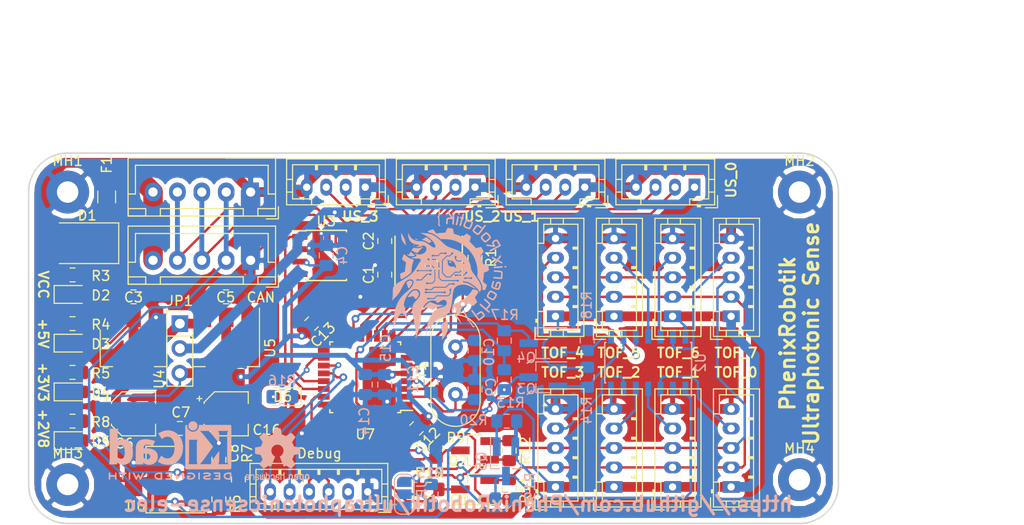
<source format=kicad_pcb>
(kicad_pcb (version 20171130) (host pcbnew 5.0.1)
  (layers (0 F.Cu signal) (31 B.Cu signal) (34 B.Paste user) (35 F.Paste user) (36 B.SilkS user) (37 F.SilkS user) (38 B.Mask user hide) (39 F.Mask user hide) (44 Edge.Cuts user))
  (net 0 "")
  (net 1 GND)
  (net 2 +3V3)
  (net 3 US_PWR)
  (net 4 "Net-(C3-Pad1)")
  (net 5 +5V)
  (net 6 +2V8)
  (net 7 "Net-(C9-Pad1)")
  (net 8 "Net-(C10-Pad1)")
  (net 9 "Net-(D2-Pad1)")
  (net 10 "Net-(D3-Pad1)")
  (net 11 "Net-(D4-Pad1)")
  (net 12 "Net-(D5-Pad1)")
  (net 13 "Net-(D6-Pad2)")
  (net 14 /Power_CAN/+7V_CAN)
  (net 15 /STM32F303K8/SWCLK)
  (net 16 /STM32F303K8/SWDIO)
  (net 17 /STM32F303K8/UART_RX)
  (net 18 /STM32F303K8/UART_TX)
  (net 19 /ToF_1/ToF_Reset)
  (net 20 ToF_SDA)
  (net 21 ToF_SCL)
  (net 22 /ToF_2/ToF_Reset)
  (net 23 /ToF_3/ToF_Reset)
  (net 24 /ToF_0/ToF_Reset)
  (net 25 /ToF_4/ToF_Reset)
  (net 26 /ToF_5/ToF_Reset)
  (net 27 /ToF_6/ToF_Reset)
  (net 28 /ToF_7/ToF_Reset)
  (net 29 /US_0/Trigger)
  (net 30 /US_0/Echo)
  (net 31 /US_1/Echo)
  (net 32 /US_1/Trigger)
  (net 33 /US_2/Trigger)
  (net 34 /US_2/Echo)
  (net 35 /US_3/Echo)
  (net 36 /US_3/Trigger)
  (net 37 "Net-(JP2-Pad2)")
  (net 38 "Net-(P1-Pad3)")
  (net 39 /STM32F303K8/I2C_SDA)
  (net 40 /STM32F303K8/I2C_SCL)
  (net 41 /Level_Conv_2/OUT_2V8)
  (net 42 /Level_Conv_1/IN_3V3)
  (net 43 /Level_Conv_1/OUT_2V8)
  (net 44 /Level_Conv_0/OUT_2V8)
  (net 45 /Level_Conv_0/IN_3V3)
  (net 46 /STM32F303K8/US_OE)
  (net 47 "Net-(R6-Pad1)")
  (net 48 "Net-(R15-Pad1)")
  (net 49 "Net-(R16-Pad1)")
  (net 50 /STM32F303K8/US_ECHO_3)
  (net 51 /STM32F303K8/US_TRIG_3)
  (net 52 /STM32F303K8/US_ECHO_2)
  (net 53 /STM32F303K8/US_TRIG_2)
  (net 54 /STM32F303K8/US_ECHO_1)
  (net 55 /STM32F303K8/US_TRIG_1)
  (net 56 /STM32F303K8/US_ECHO_0)
  (net 57 /STM32F303K8/US_TRIG_0)
  (net 58 /STM32F303K8/CAN_TX)
  (net 59 /STM32F303K8/CAN_RX)
  (net 60 /Level_Conv_2/IN_3V3)
  (net 61 "Net-(P1-Pad4)")
  (net 62 "Net-(U3-Pad5)")
  (net 63 "Net-(U3-Pad8)")
  (net 64 "Net-(U7-Pad15)")
  (net 65 "Net-(U7-Pad26)")
  (net 66 "Net-(U7-Pad29)")
  (module PhoenixRobotik:Logo_16,9mm (layer B.Cu) (at 79 50 180)
    (fp_text reference "#LOGO1" hide)
    (fp_text value Logo_16,9mm hide)
  )
  (module Symbol:KiCad-Logo2_6mm_SilkScreen (layer B.Cu) (at 50.5 66.5 180)
    (fp_text reference "#LOGO3" hide)
    (fp_text value KiCad-Logo2_6mm_SilkScreen hide)
  )
  (module Symbol:OSHW-Logo2_7.3x6mm_SilkScreen (layer B.Cu) (at 61.5 67 180)
    (fp_text reference "#LOGO2" hide)
    (fp_text value OSHW-Logo2_7.3x6mm_SilkScreen hide)
  )
  (module Package_TO_SOT_SMD:SOT-223-5 (layer F.Cu) (at 50 69.5 180)
    (fp_text reference U6 (at 3 -2.7 180) (layer F.SilkS))
    (fp_text value LP38693MP-ADJ)
    (pad 4 smd rect (at -3.05 2.25 180) (size 2.2 1) (layers F.Cu F.Paste F.Mask) (net 2 +3V3))
    (pad 2 smd rect (at -3.05 -0.75 180) (size 2.2 1) (layers F.Cu F.Paste F.Mask) (net 47 "Net-(R6-Pad1)"))
    (pad 5 smd rect (at 3.25 0 180) (size 1.8 3.4) (layers F.Cu F.Paste F.Mask) (net 1 GND))
    (pad 3 smd rect (at -3.05 0.75 180) (size 2.2 1) (layers F.Cu F.Paste F.Mask) (net 6 +2V8))
    (pad 1 smd rect (at -3.05 -2.25 180) (size 2.2 1) (layers F.Cu F.Paste F.Mask) (net 60 /Level_Conv_2/IN_3V3))
  )
  (module Capacitor_SMD:C_0805_2012Metric_Pad1.15x1.40mm_HandSolder (layer B.Cu) (at 81.75 60.25 90)
    (fp_text reference C9 (at 0.25 1.65 270) (layer B.SilkS) (effects (justify mirror)))
    (fp_text value 26p)
    (pad 2 smd roundrect (at 1.025 0 90) (size 1.15 1.4) (layers B.Cu B.Paste B.Mask) (roundrect_rratio 0.217391) (net 1 GND))
    (pad 1 smd roundrect (at -1.025 0 90) (size 1.15 1.4) (layers B.Cu B.Paste B.Mask) (roundrect_rratio 0.217391) (net 7 "Net-(C9-Pad1)"))
  )
  (module Package_TO_SOT_SMD:SOT-23_Handsoldering (layer B.Cu) (at 84.925 67.625 270)
    (fp_text reference Q5 (at 0 2.5 270) (layer B.SilkS) (effects (justify mirror)))
    (fp_text value BSS138)
    (pad 1 smd rect (at -1.5 0.95 270) (size 1.9 0.8) (layers B.Cu B.Paste B.Mask) (net 6 +2V8))
    (pad 2 smd rect (at -1.5 -0.95 270) (size 1.9 0.8) (layers B.Cu B.Paste B.Mask) (net 44 /Level_Conv_0/OUT_2V8))
    (pad 3 smd rect (at 1.5 0 270) (size 1.9 0.8) (layers B.Cu B.Paste B.Mask) (net 45 /Level_Conv_0/IN_3V3))
  )
  (module Package_TO_SOT_SMD:SOT-23_Handsoldering (layer F.Cu) (at 81.75 70.5 180)
    (fp_text reference Q1 (at 1.55 -1.1 180) (layer F.SilkS))
    (fp_text value BSS138)
    (pad 3 smd rect (at 1.5 0 180) (size 1.9 0.8) (layers F.Cu F.Paste F.Mask) (net 40 /STM32F303K8/I2C_SCL))
    (pad 2 smd rect (at -1.5 0.95 180) (size 1.9 0.8) (layers F.Cu F.Paste F.Mask) (net 21 ToF_SCL))
    (pad 1 smd rect (at -1.5 -0.95 180) (size 1.9 0.8) (layers F.Cu F.Paste F.Mask) (net 6 +2V8))
  )
  (module Package_SO:SOIC-14_3.9x8.7mm_P1.27mm (layer B.Cu) (at 99.5 57.5 90)
    (fp_text reference U2 (at 0 5.375 90) (layer B.SilkS) (effects (justify mirror)))
    (fp_text value 74HC164)
    (pad 1 smd rect (at -2.7 3.81 90) (size 1.5 0.6) (layers B.Cu B.Paste B.Mask) (net 44 /Level_Conv_0/OUT_2V8))
    (pad 2 smd rect (at -2.7 2.54 90) (size 1.5 0.6) (layers B.Cu B.Paste B.Mask) (net 44 /Level_Conv_0/OUT_2V8))
    (pad 3 smd rect (at -2.7 1.27 90) (size 1.5 0.6) (layers B.Cu B.Paste B.Mask) (net 24 /ToF_0/ToF_Reset))
    (pad 4 smd rect (at -2.7 0 90) (size 1.5 0.6) (layers B.Cu B.Paste B.Mask) (net 19 /ToF_1/ToF_Reset))
    (pad 5 smd rect (at -2.7 -1.27 90) (size 1.5 0.6) (layers B.Cu B.Paste B.Mask) (net 22 /ToF_2/ToF_Reset))
    (pad 6 smd rect (at -2.7 -2.54 90) (size 1.5 0.6) (layers B.Cu B.Paste B.Mask) (net 23 /ToF_3/ToF_Reset))
    (pad 7 smd rect (at -2.7 -3.81 90) (size 1.5 0.6) (layers B.Cu B.Paste B.Mask) (net 1 GND))
    (pad 8 smd rect (at 2.7 -3.81 90) (size 1.5 0.6) (layers B.Cu B.Paste B.Mask) (net 43 /Level_Conv_1/OUT_2V8))
    (pad 9 smd rect (at 2.7 -2.54 90) (size 1.5 0.6) (layers B.Cu B.Paste B.Mask) (net 41 /Level_Conv_2/OUT_2V8))
    (pad 10 smd rect (at 2.7 -1.27 90) (size 1.5 0.6) (layers B.Cu B.Paste B.Mask) (net 25 /ToF_4/ToF_Reset))
    (pad 11 smd rect (at 2.7 0 90) (size 1.5 0.6) (layers B.Cu B.Paste B.Mask) (net 26 /ToF_5/ToF_Reset))
    (pad 12 smd rect (at 2.7 1.27 90) (size 1.5 0.6) (layers B.Cu B.Paste B.Mask) (net 27 /ToF_6/ToF_Reset))
    (pad 13 smd rect (at 2.7 2.54 90) (size 1.5 0.6) (layers B.Cu B.Paste B.Mask) (net 28 /ToF_7/ToF_Reset))
    (pad 14 smd rect (at 2.7 3.81 90) (size 1.5 0.6) (layers B.Cu B.Paste B.Mask) (net 6 +2V8))
  )
  (module Package_QFP:LQFP-32_7x7mm_P0.8mm (layer F.Cu) (at 70.5 59 180)
    (fp_text reference U7 (at 0 -5.85 180) (layer F.SilkS))
    (fp_text value STM32F303K8Tx)
    (pad 1 smd rect (at -4.25 -2.8 180) (size 1.2 0.6) (layers F.Cu F.Paste F.Mask) (net 2 +3V3))
    (pad 2 smd rect (at -4.25 -2 180) (size 1.2 0.6) (layers F.Cu F.Paste F.Mask) (net 7 "Net-(C9-Pad1)"))
    (pad 3 smd rect (at -4.25 -1.2 180) (size 1.2 0.6) (layers F.Cu F.Paste F.Mask) (net 8 "Net-(C10-Pad1)"))
    (pad 4 smd rect (at -4.25 -0.4 180) (size 1.2 0.6) (layers F.Cu F.Paste F.Mask) (net 60 /Level_Conv_2/IN_3V3))
    (pad 5 smd rect (at -4.25 0.4 180) (size 1.2 0.6) (layers F.Cu F.Paste F.Mask) (net 2 +3V3))
    (pad 6 smd rect (at -4.25 1.2 180) (size 1.2 0.6) (layers F.Cu F.Paste F.Mask) (net 57 /STM32F303K8/US_TRIG_0))
    (pad 7 smd rect (at -4.25 2 180) (size 1.2 0.6) (layers F.Cu F.Paste F.Mask) (net 56 /STM32F303K8/US_ECHO_0))
    (pad 8 smd rect (at -4.25 2.8 180) (size 1.2 0.6) (layers F.Cu F.Paste F.Mask) (net 55 /STM32F303K8/US_TRIG_1))
    (pad 9 smd rect (at -2.8 4.25 270) (size 1.2 0.6) (layers F.Cu F.Paste F.Mask) (net 54 /STM32F303K8/US_ECHO_1))
    (pad 10 smd rect (at -2 4.25 270) (size 1.2 0.6) (layers F.Cu F.Paste F.Mask) (net 53 /STM32F303K8/US_TRIG_2))
    (pad 11 smd rect (at -1.2 4.25 270) (size 1.2 0.6) (layers F.Cu F.Paste F.Mask) (net 52 /STM32F303K8/US_ECHO_2))
    (pad 12 smd rect (at -0.4 4.25 270) (size 1.2 0.6) (layers F.Cu F.Paste F.Mask) (net 51 /STM32F303K8/US_TRIG_3))
    (pad 13 smd rect (at 0.4 4.25 270) (size 1.2 0.6) (layers F.Cu F.Paste F.Mask) (net 50 /STM32F303K8/US_ECHO_3))
    (pad 14 smd rect (at 1.2 4.25 270) (size 1.2 0.6) (layers F.Cu F.Paste F.Mask) (net 46 /STM32F303K8/US_OE))
    (pad 15 smd rect (at 2 4.25 270) (size 1.2 0.6) (layers F.Cu F.Paste F.Mask) (net 64 "Net-(U7-Pad15)"))
    (pad 16 smd rect (at 2.8 4.25 270) (size 1.2 0.6) (layers F.Cu F.Paste F.Mask) (net 1 GND))
    (pad 17 smd rect (at 4.25 2.8 180) (size 1.2 0.6) (layers F.Cu F.Paste F.Mask) (net 2 +3V3))
    (pad 18 smd rect (at 4.25 2 180) (size 1.2 0.6) (layers F.Cu F.Paste F.Mask) (net 49 "Net-(R16-Pad1)"))
    (pad 19 smd rect (at 4.25 1.2 180) (size 1.2 0.6) (layers F.Cu F.Paste F.Mask) (net 18 /STM32F303K8/UART_TX))
    (pad 20 smd rect (at 4.25 0.4 180) (size 1.2 0.6) (layers F.Cu F.Paste F.Mask) (net 17 /STM32F303K8/UART_RX))
    (pad 21 smd rect (at 4.25 -0.4 180) (size 1.2 0.6) (layers F.Cu F.Paste F.Mask) (net 59 /STM32F303K8/CAN_RX))
    (pad 22 smd rect (at 4.25 -1.2 180) (size 1.2 0.6) (layers F.Cu F.Paste F.Mask) (net 58 /STM32F303K8/CAN_TX))
    (pad 23 smd rect (at 4.25 -2 180) (size 1.2 0.6) (layers F.Cu F.Paste F.Mask) (net 16 /STM32F303K8/SWDIO))
    (pad 24 smd rect (at 4.25 -2.8 180) (size 1.2 0.6) (layers F.Cu F.Paste F.Mask) (net 15 /STM32F303K8/SWCLK))
    (pad 25 smd rect (at 2.8 -4.25 270) (size 1.2 0.6) (layers F.Cu F.Paste F.Mask) (net 40 /STM32F303K8/I2C_SCL))
    (pad 26 smd rect (at 2 -4.25 270) (size 1.2 0.6) (layers F.Cu F.Paste F.Mask) (net 65 "Net-(U7-Pad26)"))
    (pad 27 smd rect (at 1.2 -4.25 270) (size 1.2 0.6) (layers F.Cu F.Paste F.Mask) (net 45 /Level_Conv_0/IN_3V3))
    (pad 28 smd rect (at 0.4 -4.25 270) (size 1.2 0.6) (layers F.Cu F.Paste F.Mask) (net 42 /Level_Conv_1/IN_3V3))
    (pad 29 smd rect (at -0.4 -4.25 270) (size 1.2 0.6) (layers F.Cu F.Paste F.Mask) (net 66 "Net-(U7-Pad29)"))
    (pad 30 smd rect (at -1.2 -4.25 270) (size 1.2 0.6) (layers F.Cu F.Paste F.Mask) (net 39 /STM32F303K8/I2C_SDA))
    (pad 31 smd rect (at -2 -4.25 270) (size 1.2 0.6) (layers F.Cu F.Paste F.Mask) (net 48 "Net-(R15-Pad1)"))
    (pad 32 smd rect (at -2.8 -4.25 270) (size 1.2 0.6) (layers F.Cu F.Paste F.Mask) (net 1 GND))
  )
  (module Diode_SMD:D_2114_3652Metric_Castellated (layer F.Cu) (at 41.75 45.25 180)
    (fp_text reference D1 (at -0.25 2.85 180) (layer F.SilkS))
    (fp_text value D)
    (pad 1 smd roundrect (at -2.2125 0 180) (size 2.025 3.65) (layers F.Cu F.Paste F.Mask) (roundrect_rratio 0.123457) (net 4 "Net-(C3-Pad1)"))
    (pad 2 smd roundrect (at 2.2125 0 180) (size 2.025 3.65) (layers F.Cu F.Paste F.Mask) (roundrect_rratio 0.123457) (net 1 GND))
  )
  (module Connector_JST:JST_PH_B5B-PH-K_1x05_P2.00mm_Vertical (layer F.Cu) (at 90 70.25 90)
    (fp_text reference J4 hide)
    (fp_text value Conn_01x05)
    (pad 5 thru_hole oval (at 8 0 90) (size 1.2 1.75) (drill 0.75) (layers *.Cu *.Mask) (net 1 GND))
    (pad 4 thru_hole oval (at 6 0 90) (size 1.2 1.75) (drill 0.75) (layers *.Cu *.Mask) (net 23 /ToF_3/ToF_Reset))
    (pad 3 thru_hole oval (at 4 0 90) (size 1.2 1.75) (drill 0.75) (layers *.Cu *.Mask) (net 20 ToF_SDA))
    (pad 2 thru_hole oval (at 2 0 90) (size 1.2 1.75) (drill 0.75) (layers *.Cu *.Mask) (net 21 ToF_SCL))
    (pad 1 thru_hole rect (at 0 0 90) (size 1.2 1.75) (drill 0.75) (layers *.Cu *.Mask) (net 6 +2V8))
  )
  (module Resistor_SMD:R_0805_2012Metric_Pad1.15x1.40mm_HandSolder (layer B.Cu) (at 93.25 55.225 90)
    (fp_text reference R18 (at 3.625 -0.05 90) (layer B.SilkS) (effects (justify mirror)))
    (fp_text value R)
    (pad 1 smd roundrect (at -1.025 0 90) (size 1.15 1.4) (layers B.Cu B.Paste B.Mask) (roundrect_rratio 0.217391) (net 43 /Level_Conv_1/OUT_2V8))
    (pad 2 smd roundrect (at 1.025 0 90) (size 1.15 1.4) (layers B.Cu B.Paste B.Mask) (roundrect_rratio 0.217391) (net 6 +2V8))
  )
  (module Package_TO_SOT_SMD:SOT-223-3_TabPin2 (layer F.Cu) (at 46.75 56 270)
    (fp_text reference U4 (at 3.2 -2.65 90) (layer F.SilkS))
    (fp_text value LD1117S50TR_SOT223)
    (pad 2 smd rect (at 3.15 0 270) (size 2 3.8) (layers F.Cu F.Paste F.Mask) (net 5 +5V))
    (pad 2 smd rect (at -3.15 0 270) (size 2 1.5) (layers F.Cu F.Paste F.Mask) (net 5 +5V))
    (pad 3 smd rect (at -3.15 2.3 270) (size 2 1.5) (layers F.Cu F.Paste F.Mask) (net 4 "Net-(C3-Pad1)"))
    (pad 1 smd rect (at -3.15 -2.3 270) (size 2 1.5) (layers F.Cu F.Paste F.Mask) (net 1 GND))
  )
  (module Package_SO:SOIC-8_3.9x4.9mm_P1.27mm (layer F.Cu) (at 66.5 46.5)
    (fp_text reference U3 (at 0 -3.5) (layer F.SilkS))
    (fp_text value TCAN332)
    (pad 1 smd rect (at -2.7 -1.905) (size 1.55 0.6) (layers F.Cu F.Paste F.Mask) (net 58 /STM32F303K8/CAN_TX))
    (pad 2 smd rect (at -2.7 -0.635) (size 1.55 0.6) (layers F.Cu F.Paste F.Mask) (net 1 GND))
    (pad 3 smd rect (at -2.7 0.635) (size 1.55 0.6) (layers F.Cu F.Paste F.Mask) (net 2 +3V3))
    (pad 4 smd rect (at -2.7 1.905) (size 1.55 0.6) (layers F.Cu F.Paste F.Mask) (net 59 /STM32F303K8/CAN_RX))
    (pad 5 smd rect (at 2.7 1.905) (size 1.55 0.6) (layers F.Cu F.Paste F.Mask) (net 62 "Net-(U3-Pad5)"))
    (pad 6 smd rect (at 2.7 0.635) (size 1.55 0.6) (layers F.Cu F.Paste F.Mask) (net 38 "Net-(P1-Pad3)"))
    (pad 7 smd rect (at 2.7 -0.635) (size 1.55 0.6) (layers F.Cu F.Paste F.Mask) (net 61 "Net-(P1-Pad4)"))
    (pad 8 smd rect (at 2.7 -1.905) (size 1.55 0.6) (layers F.Cu F.Paste F.Mask) (net 63 "Net-(U3-Pad8)"))
  )
  (module Connector_JST:JST_PH_B5B-PH-K_1x05_P2.00mm_Vertical (layer F.Cu) (at 102 70.25 90)
    (fp_text reference J2 hide)
    (fp_text value Conn_01x05)
    (pad 5 thru_hole oval (at 8 0 90) (size 1.2 1.75) (drill 0.75) (layers *.Cu *.Mask) (net 1 GND))
    (pad 4 thru_hole oval (at 6 0 90) (size 1.2 1.75) (drill 0.75) (layers *.Cu *.Mask) (net 19 /ToF_1/ToF_Reset))
    (pad 3 thru_hole oval (at 4 0 90) (size 1.2 1.75) (drill 0.75) (layers *.Cu *.Mask) (net 20 ToF_SDA))
    (pad 2 thru_hole oval (at 2 0 90) (size 1.2 1.75) (drill 0.75) (layers *.Cu *.Mask) (net 21 ToF_SCL))
    (pad 1 thru_hole rect (at 0 0 90) (size 1.2 1.75) (drill 0.75) (layers *.Cu *.Mask) (net 6 +2V8))
  )
  (module Resistor_SMD:R_0805_2012Metric_Pad1.15x1.40mm_HandSolder (layer F.Cu) (at 81.75 46.75 270)
    (fp_text reference R1 (at 0 -1.65 270) (layer F.SilkS))
    (fp_text value R)
    (pad 1 smd roundrect (at -1.025 0 270) (size 1.15 1.4) (layers F.Cu F.Paste F.Mask) (roundrect_rratio 0.217391) (net 1 GND))
    (pad 2 smd roundrect (at 1.025 0 270) (size 1.15 1.4) (layers F.Cu F.Paste F.Mask) (roundrect_rratio 0.217391) (net 46 /STM32F303K8/US_OE))
  )
  (module Capacitor_SMD:C_0805_2012Metric_Pad1.15x1.40mm_HandSolder (layer F.Cu) (at 51.5 64.25)
    (fp_text reference C7 (at 0.1 -1.65 180) (layer F.SilkS))
    (fp_text value 1µ)
    (pad 1 smd roundrect (at -1.025 0) (size 1.15 1.4) (layers F.Cu F.Paste F.Mask) (roundrect_rratio 0.217391) (net 1 GND))
    (pad 2 smd roundrect (at 1.025 0) (size 1.15 1.4) (layers F.Cu F.Paste F.Mask) (roundrect_rratio 0.217391) (net 2 +3V3))
  )
  (module Connector_JST:JST_PH_B4B-PH-K_1x04_P2.00mm_Vertical (layer F.Cu) (at 81.75 39.5 180)
    (fp_text reference J12 hide)
    (fp_text value Conn_01x04)
    (pad 1 thru_hole rect (at 0 0 180) (size 1.2 1.75) (drill 0.75) (layers *.Cu *.Mask) (net 3 US_PWR))
    (pad 2 thru_hole oval (at 2 0 180) (size 1.2 1.75) (drill 0.75) (layers *.Cu *.Mask) (net 33 /US_2/Trigger))
    (pad 3 thru_hole oval (at 4 0 180) (size 1.2 1.75) (drill 0.75) (layers *.Cu *.Mask) (net 34 /US_2/Echo))
    (pad 4 thru_hole oval (at 6 0 180) (size 1.2 1.75) (drill 0.75) (layers *.Cu *.Mask) (net 1 GND))
  )
  (module LED_SMD:LED_0805_2012Metric_Castellated (layer F.Cu) (at 40.5 65.5)
    (fp_text reference D5 (at 2.9 0.1) (layer F.SilkS))
    (fp_text value LED_ALT)
    (pad 1 smd roundrect (at -0.9625 0) (size 1.325 1.3) (layers F.Cu F.Paste F.Mask) (roundrect_rratio 0.192308) (net 12 "Net-(D5-Pad1)"))
    (pad 2 smd roundrect (at 0.9625 0) (size 1.325 1.3) (layers F.Cu F.Paste F.Mask) (roundrect_rratio 0.192308) (net 6 +2V8))
  )
  (module Capacitor_SMD:CP_Elec_4x5.4 (layer F.Cu) (at 46.75 62.75)
    (fp_text reference C6 (at -0.95 3.05 180) (layer F.SilkS))
    (fp_text value 10µ)
    (pad 2 smd rect (at 1.8 0) (size 2.6 1.6) (layers F.Cu F.Paste F.Mask) (net 1 GND))
    (pad 1 smd rect (at -1.8 0) (size 2.6 1.6) (layers F.Cu F.Paste F.Mask) (net 5 +5V))
  )
  (module Resistor_SMD:R_0805_2012Metric_Pad1.15x1.40mm_HandSolder (layer F.Cu) (at 77.025 70.5)
    (fp_text reference R10 (at 0 -1.65) (layer F.SilkS))
    (fp_text value R)
    (pad 2 smd roundrect (at 1.025 0) (size 1.15 1.4) (layers F.Cu F.Paste F.Mask) (roundrect_rratio 0.217391) (net 40 /STM32F303K8/I2C_SCL))
    (pad 1 smd roundrect (at -1.025 0) (size 1.15 1.4) (layers F.Cu F.Paste F.Mask) (roundrect_rratio 0.217391) (net 2 +3V3))
  )
  (module Crystal:Crystal_HC49-4H_Vertical (layer F.Cu) (at 79.75 60.75 90)
    (fp_text reference Y1 (at 2.44 -3.525 90) (layer F.SilkS))
    (fp_text value Crystal)
    (pad 1 thru_hole circle (at 0 0 90) (size 1.5 1.5) (drill 0.8) (layers *.Cu *.Mask) (net 7 "Net-(C9-Pad1)"))
    (pad 2 thru_hole circle (at 4.88 0 90) (size 1.5 1.5) (drill 0.8) (layers *.Cu *.Mask) (net 8 "Net-(C10-Pad1)"))
  )
  (module Capacitor_SMD:CP_Elec_4x5.4 (layer F.Cu) (at 56.25 62.75)
    (fp_text reference C16 (at 4.15 1.65) (layer F.SilkS))
    (fp_text value 10µ)
    (pad 1 smd rect (at -1.8 0) (size 2.6 1.6) (layers F.Cu F.Paste F.Mask) (net 2 +3V3))
    (pad 2 smd rect (at 1.8 0) (size 2.6 1.6) (layers F.Cu F.Paste F.Mask) (net 1 GND))
  )
  (module Capacitor_SMD:C_0805_2012Metric_Pad1.15x1.40mm_HandSolder (layer B.Cu) (at 81.75 56.25 270)
    (fp_text reference C10 (at 0.15 -1.45 270) (layer B.SilkS) (effects (justify mirror)))
    (fp_text value 26p)
    (pad 1 smd roundrect (at -1.025 0 270) (size 1.15 1.4) (layers B.Cu B.Paste B.Mask) (roundrect_rratio 0.217391) (net 8 "Net-(C10-Pad1)"))
    (pad 2 smd roundrect (at 1.025 0 270) (size 1.15 1.4) (layers B.Cu B.Paste B.Mask) (roundrect_rratio 0.217391) (net 1 GND))
  )
  (module Package_TO_SOT_SMD:SOT-23_Handsoldering (layer B.Cu) (at 88.75 59 180)
    (fp_text reference Q3 (at 1.75 -1.2) (layer B.SilkS) (effects (justify mirror)))
    (fp_text value BSS138)
    (pad 1 smd rect (at -1.5 0.95 180) (size 1.9 0.8) (layers B.Cu B.Paste B.Mask) (net 6 +2V8))
    (pad 2 smd rect (at -1.5 -0.95 180) (size 1.9 0.8) (layers B.Cu B.Paste B.Mask) (net 41 /Level_Conv_2/OUT_2V8))
    (pad 3 smd rect (at 1.5 0 180) (size 1.9 0.8) (layers B.Cu B.Paste B.Mask) (net 60 /Level_Conv_2/IN_3V3))
  )
  (module Resistor_SMD:R_0805_2012Metric_Pad1.15x1.40mm_HandSolder (layer B.Cu) (at 84.75 59.25 90)
    (fp_text reference R13 (at -2.35 0.65 180) (layer B.SilkS) (effects (justify mirror)))
    (fp_text value R)
    (pad 2 smd roundrect (at 1.025 0 90) (size 1.15 1.4) (layers B.Cu B.Paste B.Mask) (roundrect_rratio 0.217391) (net 2 +3V3))
    (pad 1 smd roundrect (at -1.025 0 90) (size 1.15 1.4) (layers B.Cu B.Paste B.Mask) (roundrect_rratio 0.217391) (net 60 /Level_Conv_2/IN_3V3))
  )
  (module Resistor_SMD:R_0805_2012Metric_Pad1.15x1.40mm_HandSolder (layer F.Cu) (at 85.25 70.525 270)
    (fp_text reference R11 (at 0 -1.65 270) (layer F.SilkS))
    (fp_text value R)
    (pad 1 smd roundrect (at -1.025 0 270) (size 1.15 1.4) (layers F.Cu F.Paste F.Mask) (roundrect_rratio 0.217391) (net 21 ToF_SCL))
    (pad 2 smd roundrect (at 1.025 0 270) (size 1.15 1.4) (layers F.Cu F.Paste F.Mask) (roundrect_rratio 0.217391) (net 6 +2V8))
  )
  (module Package_TO_SOT_SMD:SOT-23_Handsoldering (layer B.Cu) (at 88.75 55.5 180)
    (fp_text reference Q4 (at 1.75 -1.5 180) (layer B.SilkS) (effects (justify mirror)))
    (fp_text value BSS138)
    (pad 3 smd rect (at 1.5 0 180) (size 1.9 0.8) (layers B.Cu B.Paste B.Mask) (net 42 /Level_Conv_1/IN_3V3))
    (pad 2 smd rect (at -1.5 -0.95 180) (size 1.9 0.8) (layers B.Cu B.Paste B.Mask) (net 43 /Level_Conv_1/OUT_2V8))
    (pad 1 smd rect (at -1.5 0.95 180) (size 1.9 0.8) (layers B.Cu B.Paste B.Mask) (net 6 +2V8))
  )
  (module Connector_PinHeader_2.54mm:PinHeader_1x03_P2.54mm_Vertical (layer F.Cu) (at 51.5 53.5)
    (fp_text reference JP1 (at 0 -2.33) (layer F.SilkS))
    (fp_text value Jumper_NC_Dual)
    (pad 1 thru_hole rect (at 0 0) (size 1.7 1.7) (drill 1) (layers *.Cu *.Mask) (net 5 +5V))
    (pad 2 thru_hole oval (at 0 2.54) (size 1.7 1.7) (drill 1) (layers *.Cu *.Mask) (net 3 US_PWR))
    (pad 3 thru_hole oval (at 0 5.08) (size 1.7 1.7) (drill 1) (layers *.Cu *.Mask) (net 2 +3V3))
  )
  (module Connector_JST:JST_PH_B5B-PH-K_1x05_P2.00mm_Vertical (layer F.Cu) (at 96 70.25 90)
    (fp_text reference J3 hide)
    (fp_text value Conn_01x05)
    (pad 1 thru_hole rect (at 0 0 90) (size 1.2 1.75) (drill 0.75) (layers *.Cu *.Mask) (net 6 +2V8))
    (pad 2 thru_hole oval (at 2 0 90) (size 1.2 1.75) (drill 0.75) (layers *.Cu *.Mask) (net 21 ToF_SCL))
    (pad 3 thru_hole oval (at 4 0 90) (size 1.2 1.75) (drill 0.75) (layers *.Cu *.Mask) (net 20 ToF_SDA))
    (pad 4 thru_hole oval (at 6 0 90) (size 1.2 1.75) (drill 0.75) (layers *.Cu *.Mask) (net 22 /ToF_2/ToF_Reset))
    (pad 5 thru_hole oval (at 8 0 90) (size 1.2 1.75) (drill 0.75) (layers *.Cu *.Mask) (net 1 GND))
  )
  (module Resistor_SMD:R_0805_2012Metric_Pad1.15x1.40mm_HandSolder (layer B.Cu) (at 93.25 59 90)
    (fp_text reference R14 (at -3.4 -0.05 90) (layer B.SilkS) (effects (justify mirror)))
    (fp_text value R)
    (pad 1 smd roundrect (at -1.025 0 90) (size 1.15 1.4) (layers B.Cu B.Paste B.Mask) (roundrect_rratio 0.217391) (net 41 /Level_Conv_2/OUT_2V8))
    (pad 2 smd roundrect (at 1.025 0 90) (size 1.15 1.4) (layers B.Cu B.Paste B.Mask) (roundrect_rratio 0.217391) (net 6 +2V8))
  )
  (module Resistor_SMD:R_0805_2012Metric_Pad1.15x1.40mm_HandSolder (layer F.Cu) (at 40.5 48.5 180)
    (fp_text reference R3 (at -2.9 -0.1 180) (layer F.SilkS))
    (fp_text value R)
    (pad 2 smd roundrect (at 1.025 0 180) (size 1.15 1.4) (layers F.Cu F.Paste F.Mask) (roundrect_rratio 0.217391) (net 1 GND))
    (pad 1 smd roundrect (at -1.025 0 180) (size 1.15 1.4) (layers F.Cu F.Paste F.Mask) (roundrect_rratio 0.217391) (net 9 "Net-(D2-Pad1)"))
  )
  (module Connector_JST:JST_PH_B4B-PH-K_1x04_P2.00mm_Vertical (layer F.Cu) (at 93 39.5 180)
    (fp_text reference J11 hide)
    (fp_text value Conn_01x04)
    (pad 4 thru_hole oval (at 6 0 180) (size 1.2 1.75) (drill 0.75) (layers *.Cu *.Mask) (net 1 GND))
    (pad 3 thru_hole oval (at 4 0 180) (size 1.2 1.75) (drill 0.75) (layers *.Cu *.Mask) (net 31 /US_1/Echo))
    (pad 2 thru_hole oval (at 2 0 180) (size 1.2 1.75) (drill 0.75) (layers *.Cu *.Mask) (net 32 /US_1/Trigger))
    (pad 1 thru_hole rect (at 0 0 180) (size 1.2 1.75) (drill 0.75) (layers *.Cu *.Mask) (net 3 US_PWR))
  )
  (module Connector_JST:JST_PH_B5B-PH-K_1x05_P2.00mm_Vertical (layer F.Cu) (at 90 52.75 90)
    (fp_text reference J6 hide)
    (fp_text value Conn_01x05)
    (pad 1 thru_hole rect (at 0 0 90) (size 1.2 1.75) (drill 0.75) (layers *.Cu *.Mask) (net 6 +2V8))
    (pad 2 thru_hole oval (at 2 0 90) (size 1.2 1.75) (drill 0.75) (layers *.Cu *.Mask) (net 21 ToF_SCL))
    (pad 3 thru_hole oval (at 4 0 90) (size 1.2 1.75) (drill 0.75) (layers *.Cu *.Mask) (net 20 ToF_SDA))
    (pad 4 thru_hole oval (at 6 0 90) (size 1.2 1.75) (drill 0.75) (layers *.Cu *.Mask) (net 25 /ToF_4/ToF_Reset))
    (pad 5 thru_hole oval (at 8 0 90) (size 1.2 1.75) (drill 0.75) (layers *.Cu *.Mask) (net 1 GND))
  )
  (module Resistor_SMD:R_0805_2012Metric_Pad1.15x1.40mm_HandSolder (layer F.Cu) (at 85.25 66.525 270)
    (fp_text reference R12 (at 0 -1.65 270) (layer F.SilkS))
    (fp_text value R)
    (pad 1 smd roundrect (at -1.025 0 270) (size 1.15 1.4) (layers F.Cu F.Paste F.Mask) (roundrect_rratio 0.217391) (net 20 ToF_SDA))
    (pad 2 smd roundrect (at 1.025 0 270) (size 1.15 1.4) (layers F.Cu F.Paste F.Mask) (roundrect_rratio 0.217391) (net 6 +2V8))
  )
  (module Connector_JST:JST_PH_B6B-PH-K_1x06_P2.00mm_Vertical (layer F.Cu) (at 70.75 70.75 180)
    (fp_text reference J1 hide)
    (fp_text value Conn_Debug)
    (pad 1 thru_hole rect (at 0 0 180) (size 1.2 1.75) (drill 0.75) (layers *.Cu *.Mask) (net 1 GND))
    (pad 2 thru_hole oval (at 2 0 180) (size 1.2 1.75) (drill 0.75) (layers *.Cu *.Mask) (net 60 /Level_Conv_2/IN_3V3))
    (pad 3 thru_hole oval (at 4 0 180) (size 1.2 1.75) (drill 0.75) (layers *.Cu *.Mask) (net 15 /STM32F303K8/SWCLK))
    (pad 4 thru_hole oval (at 6 0 180) (size 1.2 1.75) (drill 0.75) (layers *.Cu *.Mask) (net 16 /STM32F303K8/SWDIO))
    (pad 5 thru_hole oval (at 8 0 180) (size 1.2 1.75) (drill 0.75) (layers *.Cu *.Mask) (net 17 /STM32F303K8/UART_RX))
    (pad 6 thru_hole oval (at 10 0 180) (size 1.2 1.75) (drill 0.75) (layers *.Cu *.Mask) (net 18 /STM32F303K8/UART_TX))
  )
  (module Resistor_SMD:R_0805_2012Metric_Pad1.15x1.40mm_HandSolder (layer B.Cu) (at 84.75 55.25 270)
    (fp_text reference R17 (at -2.65 -0.05) (layer B.SilkS) (effects (justify mirror)))
    (fp_text value R)
    (pad 2 smd roundrect (at 1.025 0 270) (size 1.15 1.4) (layers B.Cu B.Paste B.Mask) (roundrect_rratio 0.217391) (net 2 +3V3))
    (pad 1 smd roundrect (at -1.025 0 270) (size 1.15 1.4) (layers B.Cu B.Paste B.Mask) (roundrect_rratio 0.217391) (net 42 /Level_Conv_1/IN_3V3))
  )
  (module Package_TO_SOT_SMD:SOT-223-3_TabPin2 (layer F.Cu) (at 56.25 56 270)
    (fp_text reference U5 (at 0 -4.5 270) (layer F.SilkS))
    (fp_text value LD1117S33TR_SOT223)
    (pad 1 smd rect (at -3.15 -2.3 270) (size 2 1.5) (layers F.Cu F.Paste F.Mask) (net 1 GND))
    (pad 3 smd rect (at -3.15 2.3 270) (size 2 1.5) (layers F.Cu F.Paste F.Mask) (net 5 +5V))
    (pad 2 smd rect (at -3.15 0 270) (size 2 1.5) (layers F.Cu F.Paste F.Mask) (net 2 +3V3))
    (pad 2 smd rect (at 3.15 0 270) (size 2 3.8) (layers F.Cu F.Paste F.Mask) (net 2 +3V3))
  )
  (module Connector_JST:JST_XH_B05B-XH-A_1x05_P2.50mm_Vertical (layer F.Cu) (at 58.75 40 180)
    (fp_text reference P1 hide)
    (fp_text value CAN_conn)
    (pad 1 thru_hole rect (at 0 0 180) (size 1.7 1.95) (drill 0.95) (layers *.Cu *.Mask) (net 1 GND))
    (pad 2 thru_hole oval (at 2.5 0 180) (size 1.7 1.95) (drill 0.95) (layers *.Cu *.Mask) (net 60 /Level_Conv_2/IN_3V3))
    (pad 3 thru_hole oval (at 5 0 180) (size 1.7 1.95) (drill 0.95) (layers *.Cu *.Mask) (net 38 "Net-(P1-Pad3)"))
    (pad 4 thru_hole oval (at 7.5 0 180) (size 1.7 1.95) (drill 0.95) (layers *.Cu *.Mask) (net 61 "Net-(P1-Pad4)"))
    (pad 5 thru_hole oval (at 10 0 180) (size 1.7 1.95) (drill 0.95) (layers *.Cu *.Mask) (net 14 /Power_CAN/+7V_CAN))
  )
  (module LED_SMD:LED_0805_2012Metric_Castellated (layer F.Cu) (at 40.5 50.5)
    (fp_text reference D2 (at 2.9 0.1) (layer F.SilkS))
    (fp_text value LED_ALT)
    (pad 2 smd roundrect (at 0.9625 0) (size 1.325 1.3) (layers F.Cu F.Paste F.Mask) (roundrect_rratio 0.192308) (net 4 "Net-(C3-Pad1)"))
    (pad 1 smd roundrect (at -0.9625 0) (size 1.325 1.3) (layers F.Cu F.Paste F.Mask) (roundrect_rratio 0.192308) (net 9 "Net-(D2-Pad1)"))
  )
  (module Capacitor_SMD:C_0805_2012Metric_Pad1.15x1.40mm_HandSolder (layer F.Cu) (at 75.75 64.25 225)
    (fp_text reference C12 (at 0 -1.65 225) (layer F.SilkS))
    (fp_text value 100n)
    (pad 1 smd roundrect (at -1.024999 0 225) (size 1.15 1.4) (layers F.Cu F.Paste F.Mask) (roundrect_rratio 0.217391) (net 2 +3V3))
    (pad 2 smd roundrect (at 1.024999 0 225) (size 1.15 1.4) (layers F.Cu F.Paste F.Mask) (roundrect_rratio 0.217391) (net 1 GND))
  )
  (module Capacitor_SMD:C_0805_2012Metric_Pad1.15x1.40mm_HandSolder (layer F.Cu) (at 56.225 50.75)
    (fp_text reference C5 (at -0.025 0.05) (layer F.SilkS))
    (fp_text value 100n)
    (pad 1 smd roundrect (at -1.025 0) (size 1.15 1.4) (layers F.Cu F.Paste F.Mask) (roundrect_rratio 0.217391) (net 5 +5V))
    (pad 2 smd roundrect (at 1.025 0) (size 1.15 1.4) (layers F.Cu F.Paste F.Mask) (roundrect_rratio 0.217391) (net 1 GND))
  )
  (module Capacitor_SMD:C_0805_2012Metric_Pad1.15x1.40mm_HandSolder (layer B.Cu) (at 66.5 46.5 90)
    (fp_text reference C4 (at 0 1.65 90) (layer B.SilkS) (effects (justify mirror)))
    (fp_text value 100n)
    (pad 2 smd roundrect (at 1.025 0 90) (size 1.15 1.4) (layers B.Cu B.Paste B.Mask) (roundrect_rratio 0.217391) (net 1 GND))
    (pad 1 smd roundrect (at -1.025 0 90) (size 1.15 1.4) (layers B.Cu B.Paste B.Mask) (roundrect_rratio 0.217391) (net 2 +3V3))
  )
  (module Capacitor_SMD:C_0805_2012Metric_Pad1.15x1.40mm_HandSolder (layer F.Cu) (at 46.75 50.75)
    (fp_text reference C3 (at 0 0.05) (layer F.SilkS))
    (fp_text value 100n)
    (pad 1 smd roundrect (at -1.025 0) (size 1.15 1.4) (layers F.Cu F.Paste F.Mask) (roundrect_rratio 0.217391) (net 4 "Net-(C3-Pad1)"))
    (pad 2 smd roundrect (at 1.025 0) (size 1.15 1.4) (layers F.Cu F.Paste F.Mask) (roundrect_rratio 0.217391) (net 1 GND))
  )
  (module LED_SMD:LED_0805_2012Metric_Castellated (layer F.Cu) (at 62.0375 61 180)
    (fp_text reference D6 (at 0 0 180) (layer F.SilkS))
    (fp_text value LED_ALT)
    (pad 1 smd roundrect (at -0.9625 0 180) (size 1.325 1.3) (layers F.Cu F.Paste F.Mask) (roundrect_rratio 0.192308) (net 1 GND))
    (pad 2 smd roundrect (at 0.9625 0 180) (size 1.325 1.3) (layers F.Cu F.Paste F.Mask) (roundrect_rratio 0.192308) (net 13 "Net-(D6-Pad2)"))
  )
  (module Resistor_SMD:R_0805_2012Metric_Pad1.15x1.40mm_HandSolder (layer B.Cu) (at 77.25 71.025 270)
    (fp_text reference R15 (at -2.225 0.05) (layer B.SilkS) (effects (justify mirror)))
    (fp_text value 10k)
    (pad 1 smd roundrect (at -1.025 0 270) (size 1.15 1.4) (layers B.Cu B.Paste B.Mask) (roundrect_rratio 0.217391) (net 48 "Net-(R15-Pad1)"))
    (pad 2 smd roundrect (at 1.025 0 270) (size 1.15 1.4) (layers B.Cu B.Paste B.Mask) (roundrect_rratio 0.217391) (net 37 "Net-(JP2-Pad2)"))
  )
  (module Capacitor_SMD:C_0805_2012Metric_Pad1.15x1.40mm_HandSolder (layer F.Cu) (at 65 53.5 225)
    (fp_text reference C13 (at 0 -1.65 225) (layer F.SilkS))
    (fp_text value 100n)
    (pad 2 smd roundrect (at 1.024999 0 225) (size 1.15 1.4) (layers F.Cu F.Paste F.Mask) (roundrect_rratio 0.217391) (net 2 +3V3))
    (pad 1 smd roundrect (at -1.024999 0 225) (size 1.15 1.4) (layers F.Cu F.Paste F.Mask) (roundrect_rratio 0.217391) (net 1 GND))
  )
  (module Resistor_SMD:R_0805_2012Metric_Pad1.15x1.40mm_HandSolder (layer F.Cu) (at 57.5 69.475 270)
    (fp_text reference R7 (at -2.675 -0.9 270) (layer F.SilkS))
    (fp_text value R1)
    (pad 2 smd roundrect (at 1.025 0 270) (size 1.15 1.4) (layers F.Cu F.Paste F.Mask) (roundrect_rratio 0.217391) (net 47 "Net-(R6-Pad1)"))
    (pad 1 smd roundrect (at -1.025 0 270) (size 1.15 1.4) (layers F.Cu F.Paste F.Mask) (roundrect_rratio 0.217391) (net 6 +2V8))
  )
  (module Resistor_SMD:R_0805_2012Metric_Pad1.15x1.40mm_HandSolder (layer F.Cu) (at 40.5 58.5 180)
    (fp_text reference R5 (at -2.9 -0.1 180) (layer F.SilkS))
    (fp_text value R)
    (pad 2 smd roundrect (at 1.025 0 180) (size 1.15 1.4) (layers F.Cu F.Paste F.Mask) (roundrect_rratio 0.217391) (net 1 GND))
    (pad 1 smd roundrect (at -1.025 0 180) (size 1.15 1.4) (layers F.Cu F.Paste F.Mask) (roundrect_rratio 0.217391) (net 11 "Net-(D4-Pad1)"))
  )
  (module Package_SO:TSSOP-20_4.4x6.5mm_P0.65mm (layer F.Cu) (at 77 46.75 90)
    (fp_text reference U1 (at -0.65 0.4 180) (layer F.SilkS))
    (fp_text value TXB0108PW)
    (pad 1 smd rect (at -2.95 -2.925 90) (size 1.45 0.45) (layers F.Cu F.Paste F.Mask) (net 50 /STM32F303K8/US_ECHO_3))
    (pad 2 smd rect (at -2.95 -2.275 90) (size 1.45 0.45) (layers F.Cu F.Paste F.Mask) (net 2 +3V3))
    (pad 3 smd rect (at -2.95 -1.625 90) (size 1.45 0.45) (layers F.Cu F.Paste F.Mask) (net 51 /STM32F303K8/US_TRIG_3))
    (pad 4 smd rect (at -2.95 -0.975 90) (size 1.45 0.45) (layers F.Cu F.Paste F.Mask) (net 52 /STM32F303K8/US_ECHO_2))
    (pad 5 smd rect (at -2.95 -0.325 90) (size 1.45 0.45) (layers F.Cu F.Paste F.Mask) (net 53 /STM32F303K8/US_TRIG_2))
    (pad 6 smd rect (at -2.95 0.325 90) (size 1.45 0.45) (layers F.Cu F.Paste F.Mask) (net 54 /STM32F303K8/US_ECHO_1))
    (pad 7 smd rect (at -2.95 0.975 90) (size 1.45 0.45) (layers F.Cu F.Paste F.Mask) (net 55 /STM32F303K8/US_TRIG_1))
    (pad 8 smd rect (at -2.95 1.625 90) (size 1.45 0.45) (layers F.Cu F.Paste F.Mask) (net 56 /STM32F303K8/US_ECHO_0))
    (pad 9 smd rect (at -2.95 2.275 90) (size 1.45 0.45) (layers F.Cu F.Paste F.Mask) (net 57 /STM32F303K8/US_TRIG_0))
    (pad 10 smd rect (at -2.95 2.925 90) (size 1.45 0.45) (layers F.Cu F.Paste F.Mask) (net 46 /STM32F303K8/US_OE))
    (pad 11 smd rect (at 2.95 2.925 90) (size 1.45 0.45) (layers F.Cu F.Paste F.Mask) (net 1 GND))
    (pad 12 smd rect (at 2.95 2.275 90) (size 1.45 0.45) (layers F.Cu F.Paste F.Mask) (net 29 /US_0/Trigger))
    (pad 13 smd rect (at 2.95 1.625 90) (size 1.45 0.45) (layers F.Cu F.Paste F.Mask) (net 30 /US_0/Echo))
    (pad 14 smd rect (at 2.95 0.975 90) (size 1.45 0.45) (layers F.Cu F.Paste F.Mask) (net 32 /US_1/Trigger))
    (pad 15 smd rect (at 2.95 0.325 90) (size 1.45 0.45) (layers F.Cu F.Paste F.Mask) (net 31 /US_1/Echo))
    (pad 16 smd rect (at 2.95 -0.325 90) (size 1.45 0.45) (layers F.Cu F.Paste F.Mask) (net 33 /US_2/Trigger))
    (pad 17 smd rect (at 2.95 -0.975 90) (size 1.45 0.45) (layers F.Cu F.Paste F.Mask) (net 34 /US_2/Echo))
    (pad 18 smd rect (at 2.95 -1.625 90) (size 1.45 0.45) (layers F.Cu F.Paste F.Mask) (net 36 /US_3/Trigger))
    (pad 19 smd rect (at 2.95 -2.275 90) (size 1.45 0.45) (layers F.Cu F.Paste F.Mask) (net 3 US_PWR))
    (pad 20 smd rect (at 2.95 -2.925 90) (size 1.45 0.45) (layers F.Cu F.Paste F.Mask) (net 35 /US_3/Echo))
  )
  (module Capacitor_SMD:C_0805_2012Metric_Pad1.15x1.40mm_HandSolder (layer F.Cu) (at 55.5 67.475 90)
    (fp_text reference C8 (at 0.675 1.5 90) (layer F.SilkS))
    (fp_text value 1µ)
    (pad 1 smd roundrect (at -1.025 0 90) (size 1.15 1.4) (layers F.Cu F.Paste F.Mask) (roundrect_rratio 0.217391) (net 6 +2V8))
    (pad 2 smd roundrect (at 1.025 0 90) (size 1.15 1.4) (layers F.Cu F.Paste F.Mask) (roundrect_rratio 0.217391) (net 1 GND))
  )
  (module Resistor_SMD:R_0805_2012Metric_Pad1.15x1.40mm_HandSolder (layer F.Cu) (at 55.5 71.525 270)
    (fp_text reference R6 (at 0.475 -1.7 270) (layer F.SilkS))
    (fp_text value R2)
    (pad 1 smd roundrect (at -1.025 0 270) (size 1.15 1.4) (layers F.Cu F.Paste F.Mask) (roundrect_rratio 0.217391) (net 47 "Net-(R6-Pad1)"))
    (pad 2 smd roundrect (at 1.025 0 270) (size 1.15 1.4) (layers F.Cu F.Paste F.Mask) (roundrect_rratio 0.217391) (net 1 GND))
  )
  (module Capacitor_SMD:C_0805_2012Metric_Pad1.15x1.40mm_HandSolder (layer B.Cu) (at 72.5 59.75 270)
    (fp_text reference C15 (at -3.75 -0.1 90) (layer B.SilkS) (effects (justify mirror)))
    (fp_text value 1µ)
    (pad 2 smd roundrect (at 1.025 0 270) (size 1.15 1.4) (layers B.Cu B.Paste B.Mask) (roundrect_rratio 0.217391) (net 1 GND))
    (pad 1 smd roundrect (at -1.025 0 270) (size 1.15 1.4) (layers B.Cu B.Paste B.Mask) (roundrect_rratio 0.217391) (net 2 +3V3))
  )
  (module Resistor_SMD:R_0805_2012Metric_Pad1.15x1.40mm_HandSolder (layer B.Cu) (at 85 63.5 180)
    (fp_text reference R20 (at 3.4 0.1) (layer B.SilkS) (effects (justify mirror)))
    (fp_text value R)
    (pad 1 smd roundrect (at -1.025 0 180) (size 1.15 1.4) (layers B.Cu B.Paste B.Mask) (roundrect_rratio 0.217391) (net 44 /Level_Conv_0/OUT_2V8))
    (pad 2 smd roundrect (at 1.025 0 180) (size 1.15 1.4) (layers B.Cu B.Paste B.Mask) (roundrect_rratio 0.217391) (net 6 +2V8))
  )
  (module Resistor_SMD:R_0805_2012Metric_Pad1.15x1.40mm_HandSolder (layer F.Cu) (at 40.5 53.5 180)
    (fp_text reference R4 (at -2.9 -0.1) (layer F.SilkS))
    (fp_text value R)
    (pad 1 smd roundrect (at -1.025 0 180) (size 1.15 1.4) (layers F.Cu F.Paste F.Mask) (roundrect_rratio 0.217391) (net 10 "Net-(D3-Pad1)"))
    (pad 2 smd roundrect (at 1.025 0 180) (size 1.15 1.4) (layers F.Cu F.Paste F.Mask) (roundrect_rratio 0.217391) (net 1 GND))
  )
  (module Connector_JST:JST_PH_B5B-PH-K_1x05_P2.00mm_Vertical (layer F.Cu) (at 108 52.75 90)
    (fp_text reference J9 hide)
    (fp_text value Conn_01x05)
    (pad 5 thru_hole oval (at 8 0 90) (size 1.2 1.75) (drill 0.75) (layers *.Cu *.Mask) (net 1 GND))
    (pad 4 thru_hole oval (at 6 0 90) (size 1.2 1.75) (drill 0.75) (layers *.Cu *.Mask) (net 28 /ToF_7/ToF_Reset))
    (pad 3 thru_hole oval (at 4 0 90) (size 1.2 1.75) (drill 0.75) (layers *.Cu *.Mask) (net 20 ToF_SDA))
    (pad 2 thru_hole oval (at 2 0 90) (size 1.2 1.75) (drill 0.75) (layers *.Cu *.Mask) (net 21 ToF_SCL))
    (pad 1 thru_hole rect (at 0 0 90) (size 1.2 1.75) (drill 0.75) (layers *.Cu *.Mask) (net 6 +2V8))
  )
  (module Connector_JST:JST_PH_B5B-PH-K_1x05_P2.00mm_Vertical (layer F.Cu) (at 108 70.25 90)
    (fp_text reference J5 hide)
    (fp_text value Conn_01x05)
    (pad 1 thru_hole rect (at 0 0 90) (size 1.2 1.75) (drill 0.75) (layers *.Cu *.Mask) (net 6 +2V8))
    (pad 2 thru_hole oval (at 2 0 90) (size 1.2 1.75) (drill 0.75) (layers *.Cu *.Mask) (net 21 ToF_SCL))
    (pad 3 thru_hole oval (at 4 0 90) (size 1.2 1.75) (drill 0.75) (layers *.Cu *.Mask) (net 20 ToF_SDA))
    (pad 4 thru_hole oval (at 6 0 90) (size 1.2 1.75) (drill 0.75) (layers *.Cu *.Mask) (net 24 /ToF_0/ToF_Reset))
    (pad 5 thru_hole oval (at 8 0 90) (size 1.2 1.75) (drill 0.75) (layers *.Cu *.Mask) (net 1 GND))
  )
  (module Fuse:Fuse_1206_3216Metric_Pad1.42x1.75mm_HandSolder (layer F.Cu) (at 44 40.5 90)
    (fp_text reference F1 (at 3.3 0 90) (layer F.SilkS))
    (fp_text value Polyfusal)
    (pad 1 smd roundrect (at -1.4875 0 90) (size 1.425 1.75) (layers F.Cu F.Paste F.Mask) (roundrect_rratio 0.175439) (net 4 "Net-(C3-Pad1)"))
    (pad 2 smd roundrect (at 1.4875 0 90) (size 1.425 1.75) (layers F.Cu F.Paste F.Mask) (roundrect_rratio 0.175439) (net 14 /Power_CAN/+7V_CAN))
  )
  (module LED_SMD:LED_0805_2012Metric_Castellated (layer F.Cu) (at 40.5 55.5)
    (fp_text reference D3 (at 2.9 0.1) (layer F.SilkS))
    (fp_text value LED_ALT)
    (pad 1 smd roundrect (at -0.9625 0) (size 1.325 1.3) (layers F.Cu F.Paste F.Mask) (roundrect_rratio 0.192308) (net 10 "Net-(D3-Pad1)"))
    (pad 2 smd roundrect (at 0.9625 0) (size 1.325 1.3) (layers F.Cu F.Paste F.Mask) (roundrect_rratio 0.192308) (net 5 +5V))
  )
  (module Capacitor_SMD:C_0805_2012Metric_Pad1.15x1.40mm_HandSolder (layer F.Cu) (at 72.5 48.475 90)
    (fp_text reference C1 (at 0 -1.65 90) (layer F.SilkS))
    (fp_text value 100n)
    (pad 2 smd roundrect (at 1.025 0 90) (size 1.15 1.4) (layers F.Cu F.Paste F.Mask) (roundrect_rratio 0.217391) (net 1 GND))
    (pad 1 smd roundrect (at -1.025 0 90) (size 1.15 1.4) (layers F.Cu F.Paste F.Mask) (roundrect_rratio 0.217391) (net 2 +3V3))
  )
  (module Connector_JST:JST_PH_B4B-PH-K_1x04_P2.00mm_Vertical (layer F.Cu) (at 104.25 39.5 180)
    (fp_text reference J10 hide)
    (fp_text value Conn_01x04)
    (pad 1 thru_hole rect (at 0 0 180) (size 1.2 1.75) (drill 0.75) (layers *.Cu *.Mask) (net 3 US_PWR))
    (pad 2 thru_hole oval (at 2 0 180) (size 1.2 1.75) (drill 0.75) (layers *.Cu *.Mask) (net 29 /US_0/Trigger))
    (pad 3 thru_hole oval (at 4 0 180) (size 1.2 1.75) (drill 0.75) (layers *.Cu *.Mask) (net 30 /US_0/Echo))
    (pad 4 thru_hole oval (at 6 0 180) (size 1.2 1.75) (drill 0.75) (layers *.Cu *.Mask) (net 1 GND))
  )
  (module Capacitor_SMD:C_0805_2012Metric_Pad1.15x1.40mm_HandSolder (layer F.Cu) (at 72.5 45.025 90)
    (fp_text reference C2 (at 0 -1.65 90) (layer F.SilkS))
    (fp_text value 100n)
    (pad 1 smd roundrect (at -1.025 0 90) (size 1.15 1.4) (layers F.Cu F.Paste F.Mask) (roundrect_rratio 0.217391) (net 1 GND))
    (pad 2 smd roundrect (at 1.025 0 90) (size 1.15 1.4) (layers F.Cu F.Paste F.Mask) (roundrect_rratio 0.217391) (net 3 US_PWR))
  )
  (module Connector_JST:JST_PH_B5B-PH-K_1x05_P2.00mm_Vertical (layer F.Cu) (at 102 52.75 90)
    (fp_text reference J8 hide)
    (fp_text value Conn_01x05)
    (pad 1 thru_hole rect (at 0 0 90) (size 1.2 1.75) (drill 0.75) (layers *.Cu *.Mask) (net 6 +2V8))
    (pad 2 thru_hole oval (at 2 0 90) (size 1.2 1.75) (drill 0.75) (layers *.Cu *.Mask) (net 21 ToF_SCL))
    (pad 3 thru_hole oval (at 4 0 90) (size 1.2 1.75) (drill 0.75) (layers *.Cu *.Mask) (net 20 ToF_SDA))
    (pad 4 thru_hole oval (at 6 0 90) (size 1.2 1.75) (drill 0.75) (layers *.Cu *.Mask) (net 27 /ToF_6/ToF_Reset))
    (pad 5 thru_hole oval (at 8 0 90) (size 1.2 1.75) (drill 0.75) (layers *.Cu *.Mask) (net 1 GND))
  )
  (module Connector_JST:JST_XH_B05B-XH-A_1x05_P2.50mm_Vertical (layer F.Cu) (at 58.75 47 180)
    (fp_text reference P2 hide)
    (fp_text value CAN_conn)
    (pad 5 thru_hole oval (at 10 0 180) (size 1.7 1.95) (drill 0.95) (layers *.Cu *.Mask) (net 14 /Power_CAN/+7V_CAN))
    (pad 4 thru_hole oval (at 7.5 0 180) (size 1.7 1.95) (drill 0.95) (layers *.Cu *.Mask) (net 61 "Net-(P1-Pad4)"))
    (pad 3 thru_hole oval (at 5 0 180) (size 1.7 1.95) (drill 0.95) (layers *.Cu *.Mask) (net 38 "Net-(P1-Pad3)"))
    (pad 2 thru_hole oval (at 2.5 0 180) (size 1.7 1.95) (drill 0.95) (layers *.Cu *.Mask) (net 60 /Level_Conv_2/IN_3V3))
    (pad 1 thru_hole rect (at 0 0 180) (size 1.7 1.95) (drill 0.95) (layers *.Cu *.Mask) (net 1 GND))
  )
  (module Connector_JST:JST_PH_B5B-PH-K_1x05_P2.00mm_Vertical (layer F.Cu) (at 96 52.75 90)
    (fp_text reference J7 hide)
    (fp_text value Conn_01x05)
    (pad 5 thru_hole oval (at 8 0 90) (size 1.2 1.75) (drill 0.75) (layers *.Cu *.Mask) (net 1 GND))
    (pad 4 thru_hole oval (at 6 0 90) (size 1.2 1.75) (drill 0.75) (layers *.Cu *.Mask) (net 26 /ToF_5/ToF_Reset))
    (pad 3 thru_hole oval (at 4 0 90) (size 1.2 1.75) (drill 0.75) (layers *.Cu *.Mask) (net 20 ToF_SDA))
    (pad 2 thru_hole oval (at 2 0 90) (size 1.2 1.75) (drill 0.75) (layers *.Cu *.Mask) (net 21 ToF_SCL))
    (pad 1 thru_hole rect (at 0 0 90) (size 1.2 1.75) (drill 0.75) (layers *.Cu *.Mask) (net 6 +2V8))
  )
  (module Resistor_SMD:R_0805_2012Metric_Pad1.15x1.40mm_HandSolder (layer B.Cu) (at 84.875 71.5)
    (fp_text reference R19 (at 2.525 -1.3 90) (layer B.SilkS) (effects (justify mirror)))
    (fp_text value R)
    (pad 2 smd roundrect (at 1.025 0) (size 1.15 1.4) (layers B.Cu B.Paste B.Mask) (roundrect_rratio 0.217391) (net 2 +3V3))
    (pad 1 smd roundrect (at -1.025 0) (size 1.15 1.4) (layers B.Cu B.Paste B.Mask) (roundrect_rratio 0.217391) (net 45 /Level_Conv_0/IN_3V3))
  )
  (module Resistor_SMD:R_0805_2012Metric_Pad1.15x1.40mm_HandSolder (layer B.Cu) (at 61.975 61 180)
    (fp_text reference R16 (at 0 1.65 180) (layer B.SilkS) (effects (justify mirror)))
    (fp_text value 1k)
    (pad 1 smd roundrect (at -1.025 0 180) (size 1.15 1.4) (layers B.Cu B.Paste B.Mask) (roundrect_rratio 0.217391) (net 49 "Net-(R16-Pad1)"))
    (pad 2 smd roundrect (at 1.025 0 180) (size 1.15 1.4) (layers B.Cu B.Paste B.Mask) (roundrect_rratio 0.217391) (net 13 "Net-(D6-Pad2)"))
  )
  (module Connector_JST:JST_PH_B4B-PH-K_1x04_P2.00mm_Vertical (layer F.Cu) (at 70.5 39.5 180)
    (fp_text reference J13 hide)
    (fp_text value Conn_01x04)
    (pad 4 thru_hole oval (at 6 0 180) (size 1.2 1.75) (drill 0.75) (layers *.Cu *.Mask) (net 1 GND))
    (pad 3 thru_hole oval (at 4 0 180) (size 1.2 1.75) (drill 0.75) (layers *.Cu *.Mask) (net 35 /US_3/Echo))
    (pad 2 thru_hole oval (at 2 0 180) (size 1.2 1.75) (drill 0.75) (layers *.Cu *.Mask) (net 36 /US_3/Trigger))
    (pad 1 thru_hole rect (at 0 0 180) (size 1.2 1.75) (drill 0.75) (layers *.Cu *.Mask) (net 3 US_PWR))
  )
  (module Package_TO_SOT_SMD:SOT-23_Handsoldering (layer F.Cu) (at 81.75 66.5 180)
    (fp_text reference Q2 (at 1.75 -1.1 180) (layer F.SilkS))
    (fp_text value BSS138)
    (pad 1 smd rect (at -1.5 -0.95 180) (size 1.9 0.8) (layers F.Cu F.Paste F.Mask) (net 6 +2V8))
    (pad 2 smd rect (at -1.5 0.95 180) (size 1.9 0.8) (layers F.Cu F.Paste F.Mask) (net 20 ToF_SDA))
    (pad 3 smd rect (at 1.5 0 180) (size 1.9 0.8) (layers F.Cu F.Paste F.Mask) (net 39 /STM32F303K8/I2C_SDA))
  )
  (module Resistor_SMD:R_0805_2012Metric_Pad1.15x1.40mm_HandSolder (layer F.Cu) (at 77.75 66.275 270)
    (fp_text reference R9 (at -1.075 -2.05) (layer F.SilkS))
    (fp_text value R)
    (pad 2 smd roundrect (at 1.025 0 270) (size 1.15 1.4) (layers F.Cu F.Paste F.Mask) (roundrect_rratio 0.217391) (net 39 /STM32F303K8/I2C_SDA))
    (pad 1 smd roundrect (at -1.025 0 270) (size 1.15 1.4) (layers F.Cu F.Paste F.Mask) (roundrect_rratio 0.217391) (net 2 +3V3))
  )
  (module Resistor_SMD:R_0805_2012Metric_Pad1.15x1.40mm_HandSolder (layer F.Cu) (at 40.5 63.5 180)
    (fp_text reference R8 (at -2.9 -0.1 180) (layer F.SilkS))
    (fp_text value R)
    (pad 1 smd roundrect (at -1.025 0 180) (size 1.15 1.4) (layers F.Cu F.Paste F.Mask) (roundrect_rratio 0.217391) (net 12 "Net-(D5-Pad1)"))
    (pad 2 smd roundrect (at 1.025 0 180) (size 1.15 1.4) (layers F.Cu F.Paste F.Mask) (roundrect_rratio 0.217391) (net 1 GND))
  )
  (module Capacitor_SMD:C_0805_2012Metric_Pad1.15x1.40mm_HandSolder (layer B.Cu) (at 77.25 59.525 270)
    (fp_text reference C11 (at -0.325 1.85 90) (layer B.SilkS) (effects (justify mirror)))
    (fp_text value 100n)
    (pad 2 smd roundrect (at 1.025 0 270) (size 1.15 1.4) (layers B.Cu B.Paste B.Mask) (roundrect_rratio 0.217391) (net 60 /Level_Conv_2/IN_3V3))
    (pad 1 smd roundrect (at -1.025 0 270) (size 1.15 1.4) (layers B.Cu B.Paste B.Mask) (roundrect_rratio 0.217391) (net 1 GND))
  )
  (module LED_SMD:LED_0805_2012Metric_Castellated (layer F.Cu) (at 40.5 60.5)
    (fp_text reference D4 (at 2.9 0.1) (layer F.SilkS))
    (fp_text value LED_ALT)
    (pad 2 smd roundrect (at 0.9625 0) (size 1.325 1.3) (layers F.Cu F.Paste F.Mask) (roundrect_rratio 0.192308) (net 2 +3V3))
    (pad 1 smd roundrect (at -0.9625 0) (size 1.325 1.3) (layers F.Cu F.Paste F.Mask) (roundrect_rratio 0.192308) (net 11 "Net-(D4-Pad1)"))
  )
  (module Capacitor_SMD:C_0805_2012Metric_Pad1.15x1.40mm_HandSolder (layer B.Cu) (at 70.5 59.75 90)
    (fp_text reference C14 (at -3.75 -0.1 90) (layer B.SilkS) (effects (justify mirror)))
    (fp_text value 100n)
    (pad 1 smd roundrect (at -1.025 0 90) (size 1.15 1.4) (layers B.Cu B.Paste B.Mask) (roundrect_rratio 0.217391) (net 1 GND))
    (pad 2 smd roundrect (at 1.025 0 90) (size 1.15 1.4) (layers B.Cu B.Paste B.Mask) (roundrect_rratio 0.217391) (net 2 +3V3))
  )
  (module Jumper:SolderJumper-3_P1.3mm_Open_RoundedPad1.0x1.5mm (layer B.Cu) (at 74.5 71 90)
    (fp_text reference JP2 (at 0 1.8 90) (layer B.SilkS) (effects (justify mirror)))
    (fp_text value Jumper_NC_Dual)
    (pad 1 smd custom (at -1.3 0 90) (size 1 0.5) (layers B.Cu B.Mask) (net 1 GND) (options (clearance outline) (anchor rect)) (primitives (gr_circle (center 0 -0.25) (end 0.5 -0.25) (width 0)) (gr_circle (center 0 0.25) (end 0.5 0.25) (width 0)) (gr_poly (pts (xy 0.55 0.75) (xy 0 0.75) (xy 0 -0.75) (xy 0.55 -0.75)) (width 0))))
    (pad 3 smd custom (at 1.3 0 90) (size 1 0.5) (layers B.Cu B.Mask) (net 2 +3V3) (options (clearance outline) (anchor rect)) (primitives (gr_circle (center 0 -0.25) (end 0.5 -0.25) (width 0)) (gr_circle (center 0 0.25) (end 0.5 0.25) (width 0)) (gr_poly (pts (xy -0.55 0.75) (xy 0 0.75) (xy 0 -0.75) (xy -0.55 -0.75)) (width 0))))
    (pad 2 smd rect (at 0 0 90) (size 1 1.5) (layers B.Cu B.Mask) (net 37 "Net-(JP2-Pad2)"))
  )
  (module MountingHole:MountingHole_2.2mm_M2_Pad (layer F.Cu) (at 40 40)
    (fp_text reference MH1 (at 0 -3.2) (layer F.SilkS))
    (fp_text value MountingHole_Pad)
    (pad 1 thru_hole circle (at 0 0) (size 4.4 4.4) (drill 2.2) (layers *.Cu *.Mask) (net 1 GND))
  )
  (module MountingHole:MountingHole_2.2mm_M2_Pad (layer F.Cu) (at 115 40)
    (fp_text reference MH2 (at 0 -3.2) (layer F.SilkS))
    (fp_text value MountingHole_Pad)
    (pad 1 thru_hole circle (at 0 0) (size 4.4 4.4) (drill 2.2) (layers *.Cu *.Mask) (net 1 GND))
  )
  (module MountingHole:MountingHole_2.2mm_M2_Pad (layer F.Cu) (at 40 70)
    (fp_text reference MH3 (at 0 -3.2) (layer F.SilkS))
    (fp_text value MountingHole_Pad)
    (pad 1 thru_hole circle (at 0 0) (size 4.4 4.4) (drill 2.2) (layers *.Cu *.Mask) (net 1 GND))
  )
  (module MountingHole:MountingHole_2.2mm_M2_Pad (layer F.Cu) (at 115 69.5)
    (fp_text reference MH4 (at 0 -3.2) (layer F.SilkS))
    (fp_text value MountingHole_Pad)
    (pad 1 thru_hole circle (at 0 0) (size 4.4 4.4) (drill 2.2) (layers *.Cu *.Mask) (net 1 GND))
  )
  (gr_text CAN (at 59.8 50.8) (layer F.SilkS) (effects (font (size 1 1))))
  (gr_text Debug (at 65.8 66.8) (layer F.SilkS) (effects (font (size 1 1))))
  (gr_text "PhenixRobotik\nUltraphotonic Sense" (at 115 54.5 90) (layer F.SilkS) (effects (font (size 1.5 1.5) (thickness 0.3))))
  (gr_line (start 115 36) (end 40 36) (angle 90) (layer Edge.Cuts) (width 0.15))
  (gr_line (start 115 74) (end 40 74) (angle 90) (layer Edge.Cuts) (width 0.15))
  (gr_line (start 119 40) (end 119 70) (angle 90) (layer Edge.Cuts) (width 0.15))
  (gr_arc (start 40 40) (end 36 40) (angle 90) (layer Edge.Cuts) (width 0.15))
  (gr_line (start 36 70) (end 36 40) (angle 90) (layer Edge.Cuts) (width 0.15))
  (gr_arc (start 115 40) (end 115 36) (angle 90) (layer Edge.Cuts) (width 0.15))
  (gr_arc (start 40 70) (end 40 74) (angle 90) (layer Edge.Cuts) (width 0.15))
  (gr_arc (start 115 70) (end 119 70) (angle 90) (layer Edge.Cuts) (width 0.15))
  (gr_text TOF_7 (at 108.5 56.5) (layer F.SilkS) (effects (font (size 1 1) (thickness 0.2))))
  (gr_text TOF_6 (at 102.6 56.5) (layer F.SilkS) (effects (font (size 1 1) (thickness 0.2))))
  (gr_text TOF_5 (at 96.5 56.5) (layer F.SilkS) (effects (font (size 1 1) (thickness 0.2))))
  (gr_text TOF_4 (at 90.75 56.5) (layer F.SilkS) (effects (font (size 1 1) (thickness 0.2))))
  (gr_text TOF_3 (at 90.75 58.5) (layer F.SilkS) (effects (font (size 1 1) (thickness 0.2))))
  (gr_text TOF_2 (at 96.5 58.5) (layer F.SilkS) (effects (font (size 1 1) (thickness 0.2))))
  (gr_text TOF_1 (at 102.6 58.5) (layer F.SilkS) (effects (font (size 1 1) (thickness 0.2))))
  (gr_text TOF_0 (at 108.5 58.5) (layer F.SilkS) (effects (font (size 1 1) (thickness 0.2))))
  (gr_text US_0 (at 108 38.75 90) (layer F.SilkS) (effects (font (size 1 1) (thickness 0.2))))
  (gr_text US_1 (at 86.5 42.5) (layer F.SilkS) (effects (font (size 1 1) (thickness 0.2))))
  (gr_text US_2 (at 82.5 42.5) (layer F.SilkS) (effects (font (size 1 1) (thickness 0.2))))
  (gr_text US_3 (at 70 42.5) (layer F.SilkS) (effects (font (size 1 1) (thickness 0.2))))
  (gr_text https://github.com/PhenixRobotik/ultraphotonicsense-elec (at 80 72) (layer B.SilkS) (effects (font (size 1.5 1.5) (thickness 0.3)) (justify mirror)))
  (gr_text +2V8 (at 37.5 64.25 270) (layer F.SilkS) (effects (font (size 1 1) (thickness 0.2))))
  (gr_text +3V3 (at 37.5 59.5 270) (layer F.SilkS) (effects (font (size 1 1) (thickness 0.2))))
  (gr_text +5V (at 37.5 54.5 270) (layer F.SilkS) (effects (font (size 1 1) (thickness 0.2))))
  (gr_text VCC (at 37.5 49.5 270) (layer F.SilkS) (effects (font (size 1 1) (thickness 0.2))))
  (segment (start 64 40) (end 64.5 39.5) (width 1) (layer F.Cu) (net 1))
  (segment (start 58.75 40) (end 64 40) (width 1) (layer F.Cu) (net 1))
  (segment (start 65.878667 37.724999) (end 72.374999 37.724999) (width 1) (layer F.Cu) (net 1))
  (segment (start 74.15 39.5) (end 75.75 39.5) (width 1) (layer F.Cu) (net 1))
  (segment (start 64.5 39.103666) (end 65.878667 37.724999) (width 1) (layer F.Cu) (net 1))
  (segment (start 72.374999 37.724999) (end 74.15 39.5) (width 1) (layer F.Cu) (net 1))
  (segment (start 64.5 39.5) (end 64.5 39.103666) (width 1) (layer F.Cu) (net 1))
  (segment (start 83.62499 37.72499) (end 85.4 39.5) (width 1) (layer F.Cu) (net 1))
  (segment (start 85.4 39.5) (end 87 39.5) (width 1) (layer F.Cu) (net 1))
  (segment (start 77.128676 37.72499) (end 83.62499 37.72499) (width 1) (layer F.Cu) (net 1))
  (segment (start 75.75 39.103666) (end 77.128676 37.72499) (width 1) (layer F.Cu) (net 1))
  (segment (start 75.75 39.5) (end 75.75 39.103666) (width 1) (layer F.Cu) (net 1))
  (segment (start 87 39.103666) (end 88.603666 37.5) (width 1) (layer F.Cu) (net 1))
  (segment (start 87 39.5) (end 87 39.103666) (width 1) (layer F.Cu) (net 1))
  (segment (start 96.65 39.5) (end 98.25 39.5) (width 1) (layer F.Cu) (net 1))
  (segment (start 94.65 37.5) (end 96.65 39.5) (width 1) (layer F.Cu) (net 1))
  (segment (start 88.603666 37.5) (end 94.65 37.5) (width 1) (layer F.Cu) (net 1))
  (segment (start 49.05 52.025) (end 49.05 52.85) (width 1) (layer F.Cu) (net 1))
  (segment (start 47.775 50.75) (end 49.05 52.025) (width 1) (layer F.Cu) (net 1))
  (segment (start 58.55 52.05) (end 58.55 52.85) (width 1) (layer F.Cu) (net 1))
  (segment (start 57.25 50.75) (end 58.55 52.05) (width 1) (layer F.Cu) (net 1))
  (segment (start 58.75 49.25) (end 57.25 50.75) (width 1) (layer F.Cu) (net 1))
  (segment (start 58.75 47) (end 58.75 49.25) (width 1) (layer F.Cu) (net 1))
  (segment (start 50.475 64.25) (end 50.475 64.525) (width 1) (layer F.Cu) (net 1))
  (segment (start 48.975 62.75) (end 50.475 64.25) (width 1) (layer F.Cu) (net 1))
  (segment (start 48.55 62.75) (end 48.975 62.75) (width 1) (layer F.Cu) (net 1))
  (segment (start 39.475 63.5) (end 38.8 63.5) (width 0.25) (layer F.Cu) (net 1))
  (segment (start 37.749999 62.449999) (end 37.749999 61.25) (width 0.25) (layer F.Cu) (net 1))
  (segment (start 38.8 63.5) (end 37.749999 62.449999) (width 0.25) (layer F.Cu) (net 1))
  (segment (start 37.749999 57.449999) (end 37.749999 56.25) (width 0.25) (layer F.Cu) (net 1))
  (segment (start 38.8 58.5) (end 37.749999 57.449999) (width 0.25) (layer F.Cu) (net 1))
  (segment (start 39.475 58.5) (end 38.8 58.5) (width 0.25) (layer F.Cu) (net 1))
  (segment (start 37.749999 56.25) (end 37.749999 61.25) (width 1) (layer F.Cu) (net 1))
  (segment (start 37.749999 52.449999) (end 37.749999 51.25) (width 0.25) (layer F.Cu) (net 1))
  (segment (start 38.8 53.5) (end 37.749999 52.449999) (width 0.25) (layer F.Cu) (net 1))
  (segment (start 39.475 53.5) (end 38.8 53.5) (width 0.25) (layer F.Cu) (net 1))
  (segment (start 37.749999 47.449999) (end 37.749999 47.25) (width 0.25) (layer F.Cu) (net 1))
  (segment (start 38.8 48.5) (end 37.749999 47.449999) (width 0.25) (layer F.Cu) (net 1))
  (segment (start 39.475 48.5) (end 38.8 48.5) (width 0.25) (layer F.Cu) (net 1))
  (segment (start 37.749999 47.25) (end 37.749999 51.25) (width 1) (layer F.Cu) (net 1))
  (segment (start 58.75 47) (end 58.75 40) (width 2) (layer B.Cu) (net 1))
  (segment (start 48.398372 50.126628) (end 47.775 50.75) (width 1) (layer F.Cu) (net 1))
  (segment (start 49.37501 49.14999) (end 48.398372 50.126628) (width 1) (layer F.Cu) (net 1))
  (segment (start 56.72501 49.14999) (end 49.37501 49.14999) (width 1) (layer F.Cu) (net 1))
  (segment (start 58.75 47.125) (end 56.72501 49.14999) (width 1) (layer F.Cu) (net 1))
  (segment (start 58.75 47) (end 58.75 47.125) (width 1) (layer F.Cu) (net 1))
  (segment (start 39.5375 45.25) (end 37.749999 47.037501) (width 1) (layer F.Cu) (net 1))
  (segment (start 37.749999 47.037501) (end 37.749999 52.25) (width 1) (layer F.Cu) (net 1))
  (segment (start 37.749999 51.25) (end 37.749999 52.25) (width 1) (layer F.Cu) (net 1))
  (segment (start 37.749999 52.25) (end 37.749999 56.25) (width 1) (layer F.Cu) (net 1))
  (segment (start 37.749999 38.919999) (end 37.749999 47.037501) (width 1) (layer F.Cu) (net 1))
  (segment (start 39.656433 37.013565) (end 37.749999 38.919999) (width 1) (layer F.Cu) (net 1))
  (segment (start 55.875 37) (end 39.794167 37) (width 1) (layer F.Cu) (net 1))
  (segment (start 39.794167 37) (end 39.656433 37.013565) (width 1) (layer F.Cu) (net 1))
  (segment (start 58.75 39.875) (end 55.875 37) (width 1) (layer F.Cu) (net 1))
  (segment (start 58.75 40) (end 58.75 39.875) (width 1) (layer F.Cu) (net 1))
  (segment (start 98.25 39.103666) (end 98.25 39.5) (width 1) (layer F.Cu) (net 1))
  (segment (start 105.569992 37.72499) (end 99.628676 37.72499) (width 1) (layer F.Cu) (net 1))
  (segment (start 99.628676 37.72499) (end 98.25 39.103666) (width 1) (layer F.Cu) (net 1))
  (segment (start 108 40.154998) (end 105.569992 37.72499) (width 1) (layer F.Cu) (net 1))
  (segment (start 108 44.75) (end 108 40.154998) (width 1) (layer F.Cu) (net 1))
  (segment (start 108 44.75) (end 102 44.75) (width 1) (layer F.Cu) (net 1))
  (segment (start 102 44.75) (end 96 44.75) (width 1) (layer F.Cu) (net 1))
  (segment (start 96 44.75) (end 90 44.75) (width 1) (layer F.Cu) (net 1))
  (segment (start 108 62.25) (end 102 62.25) (width 1) (layer F.Cu) (net 1))
  (segment (start 102 62.25) (end 96 62.25) (width 1) (layer F.Cu) (net 1))
  (segment (start 96 62.25) (end 90 62.25) (width 1) (layer F.Cu) (net 1))
  (segment (start 90 44.75) (end 89.603666 44.75) (width 1) (layer F.Cu) (net 1))
  (segment (start 79.925 43.9) (end 79.925 43.8) (width 0.25) (layer F.Cu) (net 1))
  (segment (start 81.75 45.725) (end 79.925 43.9) (width 0.25) (layer F.Cu) (net 1))
  (segment (start 89.603666 44.75) (end 88.75 45.603666) (width 1) (layer F.Cu) (net 1))
  (segment (start 95.69 61.94) (end 96 62.25) (width 0.25) (layer B.Cu) (net 1))
  (segment (start 95.69 60.2) (end 95.69 61.94) (width 0.25) (layer B.Cu) (net 1))
  (segment (start 87.574979 58.224979) (end 90 60.65) (width 1) (layer F.Cu) (net 1))
  (segment (start 90 60.65) (end 90 62.25) (width 1) (layer F.Cu) (net 1))
  (segment (start 88.75 45.603666) (end 87.574979 46.778687) (width 1) (layer F.Cu) (net 1))
  (segment (start 87.574979 46.778687) (end 87.574979 58.224979) (width 1) (layer F.Cu) (net 1))
  (segment (start 81.75 57.275) (end 81.75 58.25) (width 0.25) (layer B.Cu) (net 1))
  (segment (start 81.75 58.25) (end 81.75 59.225) (width 0.25) (layer B.Cu) (net 1))
  (segment (start 66.290468 53.3409) (end 66.2909 53.3409) (width 0.5) (layer F.Cu) (net 1))
  (segment (start 66.2909 53.3409) (end 67.549999 54.599999) (width 0.5) (layer F.Cu) (net 1))
  (segment (start 65.724784 52.775216) (end 66.290468 53.3409) (width 0.5) (layer F.Cu) (net 1))
  (via (at 72.75 61.5) (size 0.8) (drill 0.4) (layers F.Cu B.Cu) (net 1))
  (segment (start 72.5 60.775) (end 72.5 61.25) (width 0.5) (layer B.Cu) (net 1))
  (segment (start 72.5 61.25) (end 72.75 61.5) (width 0.5) (layer B.Cu) (net 1))
  (segment (start 73.3 62.05) (end 73.3 63.25) (width 0.5) (layer F.Cu) (net 1))
  (segment (start 72.75 61.5) (end 73.3 62.05) (width 0.5) (layer F.Cu) (net 1))
  (segment (start 70.5 60.775) (end 72.5 60.775) (width 0.5) (layer B.Cu) (net 1))
  (via (at 64 64.75) (size 0.8) (drill 0.4) (layers F.Cu B.Cu) (net 1))
  (segment (start 70.5 60.775) (end 67.975 60.775) (width 0.5) (layer B.Cu) (net 1))
  (segment (start 67.975 60.775) (end 64 64.75) (width 0.5) (layer B.Cu) (net 1))
  (segment (start 62 62.75) (end 58.05 62.75) (width 0.5) (layer F.Cu) (net 1))
  (segment (start 64 64.75) (end 62 62.75) (width 0.5) (layer F.Cu) (net 1))
  (segment (start 64.565685 64.75) (end 64 64.75) (width 0.5) (layer B.Cu) (net 1))
  (segment (start 70.75 69.375) (end 66.125 64.75) (width 0.5) (layer B.Cu) (net 1))
  (segment (start 66.125 64.75) (end 64.565685 64.75) (width 0.5) (layer B.Cu) (net 1))
  (segment (start 70.75 70.75) (end 70.75 69.375) (width 0.5) (layer B.Cu) (net 1))
  (via (at 66 44.25) (size 0.6) (drill 0.3) (layers F.Cu B.Cu) (net 1))
  (segment (start 65.519999 43.769999) (end 66 44.25) (width 0.25) (layer F.Cu) (net 1))
  (segment (start 61.855001 43.769999) (end 65.519999 43.769999) (width 0.25) (layer F.Cu) (net 1))
  (segment (start 58.75 47) (end 58.75 46.875) (width 0.25) (layer F.Cu) (net 1))
  (segment (start 58.75 46.875) (end 61.855001 43.769999) (width 0.25) (layer F.Cu) (net 1))
  (segment (start 66 44.975) (end 66.5 45.475) (width 0.25) (layer B.Cu) (net 1))
  (segment (start 66 44.25) (end 66 44.975) (width 0.25) (layer B.Cu) (net 1))
  (via (at 64.75 45.75) (size 0.6) (drill 0.3) (layers F.Cu B.Cu) (net 1))
  (segment (start 66.5 45.475) (end 65.025 45.475) (width 0.25) (layer B.Cu) (net 1))
  (segment (start 65.025 45.475) (end 64.75 45.75) (width 0.25) (layer B.Cu) (net 1))
  (segment (start 63.915 45.75) (end 63.8 45.865) (width 0.25) (layer F.Cu) (net 1))
  (segment (start 64.75 45.75) (end 63.915 45.75) (width 0.25) (layer F.Cu) (net 1))
  (segment (start 77.975 59.225) (end 81.75 59.225) (width 0.25) (layer B.Cu) (net 1))
  (segment (start 77.25 58.5) (end 77.975 59.225) (width 0.25) (layer B.Cu) (net 1))
  (segment (start 75.025216 64.974784) (end 75.025216 64.093598) (width 0.5) (layer F.Cu) (net 1))
  (segment (start 74.331619 63.400001) (end 73.450001 63.400001) (width 0.5) (layer F.Cu) (net 1))
  (segment (start 75.025216 64.093598) (end 74.331619 63.400001) (width 0.5) (layer F.Cu) (net 1))
  (segment (start 88.85001 61.37501) (end 89.725 62.25) (width 0.25) (layer B.Cu) (net 1))
  (segment (start 81.75 58.25) (end 81.75 59.146032) (width 0.25) (layer B.Cu) (net 1))
  (segment (start 81.75 59.146032) (end 83.978978 61.37501) (width 0.25) (layer B.Cu) (net 1))
  (segment (start 89.725 62.25) (end 90 62.25) (width 0.25) (layer B.Cu) (net 1))
  (segment (start 83.978978 61.37501) (end 88.85001 61.37501) (width 0.25) (layer B.Cu) (net 1))
  (segment (start 63.600001 64.350001) (end 64 64.75) (width 0.25) (layer F.Cu) (net 1))
  (segment (start 62.596571 63.346571) (end 63.600001 64.350001) (width 0.25) (layer F.Cu) (net 1))
  (segment (start 63.25 60.75) (end 62.596571 61.403429) (width 0.25) (layer F.Cu) (net 1))
  (segment (start 62.346571 62.403429) (end 62 62.75) (width 0.25) (layer F.Cu) (net 1))
  (segment (start 62.346571 61.653429) (end 62.346571 62.403429) (width 0.25) (layer F.Cu) (net 1))
  (segment (start 63 61) (end 62.346571 61.653429) (width 0.25) (layer F.Cu) (net 1))
  (via (at 70 50.75) (size 0.8) (drill 0.4) (layers F.Cu B.Cu) (net 1))
  (via (at 71.5 47.5) (size 0.8) (drill 0.4) (layers F.Cu B.Cu) (net 1))
  (segment (start 82.725 44.75) (end 81.75 45.725) (width 1) (layer F.Cu) (net 1))
  (segment (start 90 44.75) (end 82.725 44.75) (width 1) (layer F.Cu) (net 1))
  (segment (start 73.325427 46.27501) (end 73.100417 46.05) (width 1) (layer F.Cu) (net 1))
  (segment (start 80.39999 46.27501) (end 73.325427 46.27501) (width 1) (layer F.Cu) (net 1))
  (segment (start 73.100417 46.05) (end 72.5 46.05) (width 1) (layer F.Cu) (net 1))
  (segment (start 80.95 45.725) (end 80.39999 46.27501) (width 1) (layer F.Cu) (net 1))
  (segment (start 81.75 45.725) (end 80.95 45.725) (width 1) (layer F.Cu) (net 1))
  (segment (start 72.5 46.05) (end 72.5 47.45) (width 1) (layer F.Cu) (net 1))
  (segment (start 70 49) (end 71.5 47.5) (width 1) (layer B.Cu) (net 1))
  (segment (start 70 50.75) (end 70 49) (width 1) (layer B.Cu) (net 1))
  (segment (start 72.45 47.5) (end 72.5 47.45) (width 1) (layer F.Cu) (net 1))
  (segment (start 71.5 47.5) (end 72.45 47.5) (width 1) (layer F.Cu) (net 1))
  (segment (start 67.75 50.75) (end 65.724784 52.775216) (width 1) (layer F.Cu) (net 1))
  (segment (start 70 50.75) (end 67.75 50.75) (width 1) (layer F.Cu) (net 1))
  (segment (start 72.3 72.3) (end 74.5 72.3) (width 0.5) (layer B.Cu) (net 1))
  (segment (start 70.75 70.75) (end 72.3 72.3) (width 0.5) (layer B.Cu) (net 1))
  (segment (start 50.475 65.775) (end 46.75 69.5) (width 1) (layer F.Cu) (net 1))
  (segment (start 50.475 64.25) (end 50.475 65.775) (width 1) (layer F.Cu) (net 1))
  (segment (start 58.05 63.9) (end 55.5 66.45) (width 1) (layer F.Cu) (net 1))
  (segment (start 58.05 62.75) (end 58.05 63.9) (width 1) (layer F.Cu) (net 1))
  (via (at 55.5 65.75) (size 0.8) (drill 0.4) (layers F.Cu B.Cu) (net 1))
  (segment (start 55.5 66.45) (end 55.5 65.75) (width 1) (layer F.Cu) (net 1))
  (via (at 46.75 67.75) (size 0.8) (drill 0.4) (layers F.Cu B.Cu) (net 1))
  (segment (start 55.5 65.75) (end 48.75 65.75) (width 1) (layer B.Cu) (net 1))
  (segment (start 48.75 65.75) (end 46.75 67.75) (width 1) (layer B.Cu) (net 1))
  (segment (start 46.75 67.75) (end 46.75 69.5) (width 1) (layer F.Cu) (net 1))
  (segment (start 48.223372 73.173372) (end 54.876628 73.173372) (width 0.5) (layer F.Cu) (net 1))
  (segment (start 54.876628 73.173372) (end 55.5 72.55) (width 0.5) (layer F.Cu) (net 1))
  (segment (start 46.75 71.7) (end 48.223372 73.173372) (width 0.5) (layer F.Cu) (net 1))
  (segment (start 46.75 69.5) (end 46.75 71.7) (width 0.5) (layer F.Cu) (net 1))
  (segment (start 58.55 54.85) (end 58.55 52.85) (width 1) (layer F.Cu) (net 1))
  (segment (start 59.050001 61.749999) (end 59.050001 55.350001) (width 1) (layer F.Cu) (net 1))
  (segment (start 58.05 62.75) (end 59.050001 61.749999) (width 1) (layer F.Cu) (net 1))
  (segment (start 59.050001 55.350001) (end 58.55 54.85) (width 1) (layer F.Cu) (net 1))
  (via (at 49.911107 59.581109) (size 0.8) (drill 0.4) (layers F.Cu B.Cu) (net 1))
  (segment (start 48.55 62.75) (end 49.911107 61.388893) (width 1) (layer F.Cu) (net 1))
  (segment (start 49.911107 61.388893) (end 49.911107 59.581109) (width 1) (layer F.Cu) (net 1))
  (via (at 49.05 52.85) (size 0.8) (drill 0.4) (layers F.Cu B.Cu) (net 1))
  (segment (start 49.05 52.85) (end 49.05 58.720002) (width 1) (layer B.Cu) (net 1))
  (segment (start 49.05 58.720002) (end 49.911107 59.581109) (width 1) (layer B.Cu) (net 1))
  (segment (start 56.25 59.15) (end 56.25 52.85) (width 1) (layer F.Cu) (net 2))
  (segment (start 54.45 60.95) (end 56.25 59.15) (width 1) (layer F.Cu) (net 2))
  (segment (start 54.45 62.75) (end 54.45 60.95) (width 1) (layer F.Cu) (net 2))
  (segment (start 55.68 58.58) (end 56.25 59.15) (width 1) (layer F.Cu) (net 2))
  (segment (start 51.5 58.58) (end 55.68 58.58) (width 1) (layer F.Cu) (net 2))
  (segment (start 54.025 62.75) (end 52.525 64.25) (width 1) (layer F.Cu) (net 2))
  (segment (start 54.45 62.75) (end 54.025 62.75) (width 1) (layer F.Cu) (net 2))
  (via (at 43 60.5) (size 0.8) (drill 0.4) (layers F.Cu B.Cu) (net 2))
  (segment (start 41.4625 60.5) (end 43 60.5) (width 0.25) (layer F.Cu) (net 2))
  (segment (start 72.5 49.5) (end 73.75 48.25) (width 0.25) (layer F.Cu) (net 2))
  (segment (start 74.725 48.725) (end 74.725 49.7) (width 0.25) (layer F.Cu) (net 2))
  (segment (start 74.25 48.25) (end 74.725 48.725) (width 0.25) (layer F.Cu) (net 2))
  (segment (start 73.75 48.25) (end 74.25 48.25) (width 0.25) (layer F.Cu) (net 2))
  (segment (start 84.75 56.275) (end 84.75 58.225) (width 0.25) (layer B.Cu) (net 2))
  (segment (start 77.75 65.475) (end 78.373372 64.851628) (width 0.25) (layer F.Cu) (net 2))
  (via (at 64 54.75) (size 0.8) (drill 0.4) (layers F.Cu B.Cu) (net 2))
  (segment (start 62.75 54.75) (end 64 54.75) (width 0.5) (layer B.Cu) (net 2))
  (segment (start 64 54.5) (end 64.275216 54.224784) (width 0.5) (layer F.Cu) (net 2))
  (segment (start 64 54.75) (end 64 54.5) (width 0.5) (layer F.Cu) (net 2))
  (segment (start 64.8409 54.7909) (end 66.099999 56.049999) (width 0.5) (layer F.Cu) (net 2))
  (segment (start 64.8409 54.790468) (end 64.8409 54.7909) (width 0.5) (layer F.Cu) (net 2))
  (segment (start 64.275216 54.224784) (end 64.8409 54.790468) (width 0.5) (layer F.Cu) (net 2))
  (segment (start 75.9091 62.9591) (end 74.900001 61.950001) (width 0.5) (layer F.Cu) (net 2))
  (segment (start 75.9091 62.959532) (end 75.9091 62.9591) (width 0.5) (layer F.Cu) (net 2))
  (segment (start 76.474784 63.525216) (end 75.9091 62.959532) (width 0.5) (layer F.Cu) (net 2))
  (via (at 73.25 58.75) (size 0.8) (drill 0.4) (layers F.Cu B.Cu) (net 2))
  (segment (start 72.5 58.725) (end 73.225 58.725) (width 0.5) (layer B.Cu) (net 2))
  (segment (start 73.225 58.725) (end 73.25 58.75) (width 0.5) (layer B.Cu) (net 2))
  (segment (start 70.5 58.725) (end 72.5 58.725) (width 0.5) (layer B.Cu) (net 2))
  (segment (start 73.4 58.6) (end 74.75 58.6) (width 0.5) (layer F.Cu) (net 2))
  (segment (start 73.25 58.75) (end 73.4 58.6) (width 0.5) (layer F.Cu) (net 2))
  (segment (start 77 63) (end 77 63) (width 0.5) (layer B.Cu) (net 2))
  (segment (start 75 61) (end 75 58) (width 0.5) (layer B.Cu) (net 2))
  (segment (start 75 58) (end 74.25 57.25) (width 0.5) (layer B.Cu) (net 2))
  (segment (start 77 63.478256) (end 78.373372 64.851628) (width 0.25) (layer F.Cu) (net 2))
  (segment (start 77 63) (end 77 63.478256) (width 0.25) (layer F.Cu) (net 2))
  (via (at 64.5 47.25) (size 0.6) (drill 0.3) (layers F.Cu B.Cu) (net 2))
  (segment (start 66.5 47.525) (end 64.775 47.525) (width 0.25) (layer B.Cu) (net 2))
  (segment (start 64.775 47.525) (end 64.5 47.25) (width 0.25) (layer B.Cu) (net 2))
  (segment (start 63.915 47.25) (end 63.8 47.135) (width 0.25) (layer F.Cu) (net 2))
  (segment (start 64.5 47.25) (end 63.915 47.25) (width 0.25) (layer F.Cu) (net 2))
  (segment (start 62.25 55.25) (end 62.75 54.75) (width 0.5) (layer B.Cu) (net 2))
  (segment (start 62.25 51.775) (end 66.5 47.525) (width 0.5) (layer B.Cu) (net 2))
  (segment (start 62.25 55.25) (end 62.25 51.775) (width 0.5) (layer B.Cu) (net 2))
  (segment (start 67.090796 49.5) (end 64 52.590796) (width 0.5) (layer F.Cu) (net 2))
  (segment (start 64 54.184315) (end 64 54.75) (width 0.5) (layer F.Cu) (net 2))
  (segment (start 64 52.590796) (end 64 54.184315) (width 0.5) (layer F.Cu) (net 2))
  (segment (start 72.5 49.5) (end 67.090796 49.5) (width 0.5) (layer F.Cu) (net 2))
  (segment (start 76.474784 63.525216) (end 77 63) (width 0.5) (layer F.Cu) (net 2))
  (segment (start 77 63) (end 75 61) (width 0.5) (layer B.Cu) (net 2))
  (via (at 77 63) (size 0.8) (drill 0.4) (layers F.Cu B.Cu) (net 2))
  (via (at 80.24184 69.299988) (size 0.8) (drill 0.4) (layers F.Cu B.Cu) (net 2))
  (segment (start 80.24184 69.865673) (end 80.24184 69.299988) (width 0.25) (layer B.Cu) (net 2))
  (segment (start 77.449979 69.050021) (end 79.426188 69.050021) (width 0.25) (layer F.Cu) (net 2))
  (segment (start 79.676155 69.299988) (end 80.24184 69.299988) (width 0.25) (layer F.Cu) (net 2))
  (segment (start 76 70.5) (end 77.449979 69.050021) (width 0.25) (layer F.Cu) (net 2))
  (segment (start 79.426188 69.050021) (end 79.676155 69.299988) (width 0.25) (layer F.Cu) (net 2))
  (segment (start 80.880757 68.899989) (end 80.641839 68.899989) (width 0.25) (layer F.Cu) (net 2))
  (segment (start 80.641839 68.899989) (end 80.24184 69.299988) (width 0.25) (layer F.Cu) (net 2))
  (segment (start 78.373372 64.851628) (end 81.151627 64.851628) (width 0.25) (layer F.Cu) (net 2))
  (segment (start 81.748481 68.032265) (end 80.880757 68.899989) (width 0.25) (layer F.Cu) (net 2))
  (segment (start 81.748481 65.448482) (end 81.748481 68.032265) (width 0.25) (layer F.Cu) (net 2))
  (segment (start 81.151627 64.851628) (end 81.748481 65.448482) (width 0.25) (layer F.Cu) (net 2))
  (segment (start 84.75 58.225) (end 84.75 56.353968) (width 0.25) (layer B.Cu) (net 2))
  (segment (start 60.75 56.75) (end 62.25 55.25) (width 0.5) (layer B.Cu) (net 2))
  (segment (start 73.37501 54.12499) (end 71.25 56.25) (width 0.25) (layer B.Cu) (net 2))
  (segment (start 71.25 56.25) (end 70.25 57.25) (width 0.25) (layer B.Cu) (net 2))
  (segment (start 74.25 57.25) (end 70.25 57.25) (width 0.5) (layer B.Cu) (net 2))
  (segment (start 82.521022 54.12499) (end 73.37501 54.12499) (width 0.25) (layer B.Cu) (net 2))
  (segment (start 84.75 56.353968) (end 82.521022 54.12499) (width 0.25) (layer B.Cu) (net 2))
  (segment (start 67.75 56.75) (end 68.525 56.75) (width 0.5) (layer B.Cu) (net 2))
  (segment (start 60.75 56.75) (end 67.75 56.75) (width 0.5) (layer B.Cu) (net 2))
  (segment (start 69.025 57.25) (end 68.75 56.975) (width 0.5) (layer B.Cu) (net 2))
  (segment (start 70.25 57.25) (end 69.025 57.25) (width 0.5) (layer B.Cu) (net 2))
  (segment (start 68.525 56.75) (end 68.75 56.975) (width 0.5) (layer B.Cu) (net 2))
  (segment (start 68.75 56.975) (end 70.5 58.725) (width 0.5) (layer B.Cu) (net 2))
  (segment (start 52.525 66.725) (end 53.05 67.25) (width 1) (layer F.Cu) (net 2))
  (segment (start 52.525 64.25) (end 52.525 66.725) (width 1) (layer F.Cu) (net 2))
  (segment (start 85.276628 72.123372) (end 85.9 71.5) (width 0.25) (layer B.Cu) (net 2))
  (segment (start 84.67499 72.72501) (end 85.276628 72.123372) (width 0.25) (layer B.Cu) (net 2))
  (segment (start 83.101177 72.72501) (end 84.67499 72.72501) (width 0.25) (layer B.Cu) (net 2))
  (segment (start 80.5 70.123833) (end 83.101177 72.72501) (width 0.25) (layer B.Cu) (net 2))
  (segment (start 80.5 70.123833) (end 80.24184 69.865673) (width 0.25) (layer B.Cu) (net 2))
  (via (at 75.75 69.346887) (size 0.8) (drill 0.4) (layers F.Cu B.Cu) (net 2))
  (segment (start 76 70.5) (end 76 69.596887) (width 0.25) (layer F.Cu) (net 2))
  (segment (start 76 69.596887) (end 75.75 69.346887) (width 0.25) (layer F.Cu) (net 2))
  (segment (start 74.853113 69.346887) (end 74.5 69.7) (width 0.25) (layer B.Cu) (net 2))
  (segment (start 75.75 69.346887) (end 74.853113 69.346887) (width 0.25) (layer B.Cu) (net 2))
  (segment (start 57.184306 58.948616) (end 57.749991 58.948616) (width 0.5) (layer F.Cu) (net 2))
  (segment (start 60.75 56.75) (end 58.551384 58.948616) (width 0.5) (layer B.Cu) (net 2))
  (segment (start 58.551384 58.948616) (end 58.315676 58.948616) (width 0.5) (layer B.Cu) (net 2))
  (segment (start 56.451384 58.948616) (end 57.184306 58.948616) (width 0.5) (layer F.Cu) (net 2))
  (segment (start 56.25 59.15) (end 56.451384 58.948616) (width 0.5) (layer F.Cu) (net 2))
  (via (at 57.749991 58.948616) (size 0.8) (drill 0.4) (layers F.Cu B.Cu) (net 2))
  (segment (start 58.315676 58.948616) (end 57.749991 58.948616) (width 0.5) (layer B.Cu) (net 2))
  (segment (start 50.382082 60.899999) (end 51.5 59.782081) (width 0.25) (layer B.Cu) (net 2))
  (segment (start 51.5 59.782081) (end 51.5 58.58) (width 0.25) (layer B.Cu) (net 2))
  (segment (start 43.399999 60.899999) (end 50.382082 60.899999) (width 0.25) (layer B.Cu) (net 2))
  (segment (start 43 60.5) (end 43.399999 60.899999) (width 0.25) (layer B.Cu) (net 2))
  (segment (start 80.371324 41.27501) (end 81.75 39.896334) (width 1) (layer B.Cu) (net 3))
  (segment (start 73.87501 41.27501) (end 80.371324 41.27501) (width 1) (layer B.Cu) (net 3))
  (segment (start 81.75 39.896334) (end 81.75 39.5) (width 1) (layer B.Cu) (net 3))
  (segment (start 72.1 39.5) (end 73.87501 41.27501) (width 1) (layer B.Cu) (net 3))
  (segment (start 70.5 39.5) (end 72.1 39.5) (width 1) (layer B.Cu) (net 3))
  (segment (start 93 39.896334) (end 93 39.5) (width 1) (layer B.Cu) (net 3))
  (segment (start 91.621324 41.27501) (end 93 39.896334) (width 1) (layer B.Cu) (net 3))
  (segment (start 85.12501 41.27501) (end 91.621324 41.27501) (width 1) (layer B.Cu) (net 3))
  (segment (start 83.35 39.5) (end 85.12501 41.27501) (width 1) (layer B.Cu) (net 3))
  (segment (start 81.75 39.5) (end 83.35 39.5) (width 1) (layer B.Cu) (net 3))
  (segment (start 104.25 39.896334) (end 104.25 39.5) (width 1) (layer B.Cu) (net 3))
  (segment (start 102.871324 41.27501) (end 104.25 39.896334) (width 1) (layer B.Cu) (net 3))
  (segment (start 96.37501 41.27501) (end 102.871324 41.27501) (width 1) (layer B.Cu) (net 3))
  (segment (start 94.6 39.5) (end 96.37501 41.27501) (width 1) (layer B.Cu) (net 3))
  (segment (start 93 39.5) (end 94.6 39.5) (width 1) (layer B.Cu) (net 3))
  (segment (start 72.5 44) (end 73.75 45.25) (width 0.25) (layer F.Cu) (net 3))
  (segment (start 73.75 45.25) (end 74.25 45.25) (width 0.25) (layer F.Cu) (net 3))
  (segment (start 74.725 44.775) (end 74.725 43.8) (width 0.25) (layer F.Cu) (net 3))
  (segment (start 74.25 45.25) (end 74.725 44.775) (width 0.25) (layer F.Cu) (net 3))
  (segment (start 68.338511 43.050022) (end 67.769395 42.480906) (width 0.25) (layer F.Cu) (net 3))
  (segment (start 67.769395 42.480906) (end 67.369396 42.080907) (width 0.25) (layer F.Cu) (net 3))
  (via (at 67.369396 42.080907) (size 0.8) (drill 0.4) (layers F.Cu B.Cu) (net 3))
  (segment (start 69.794093 42.080907) (end 67.935081 42.080907) (width 1) (layer B.Cu) (net 3))
  (segment (start 71.550022 43.050022) (end 68.338511 43.050022) (width 0.25) (layer F.Cu) (net 3))
  (segment (start 72.5 44) (end 71.550022 43.050022) (width 0.25) (layer F.Cu) (net 3))
  (segment (start 70.5 41.375) (end 69.794093 42.080907) (width 1) (layer B.Cu) (net 3))
  (segment (start 70.5 39.5) (end 70.5 41.375) (width 1) (layer B.Cu) (net 3))
  (segment (start 67.935081 42.080907) (end 67.369396 42.080907) (width 1) (layer B.Cu) (net 3))
  (segment (start 66.393091 42.080907) (end 66.803711 42.080907) (width 1) (layer B.Cu) (net 3))
  (segment (start 63.549998 44.924) (end 66.393091 42.080907) (width 1) (layer B.Cu) (net 3))
  (segment (start 66.803711 42.080907) (end 67.369396 42.080907) (width 1) (layer B.Cu) (net 3))
  (segment (start 51.5 56.04) (end 53.533638 56.04) (width 1) (layer B.Cu) (net 3))
  (segment (start 63.549998 46.02364) (end 63.549998 44.924) (width 1) (layer B.Cu) (net 3))
  (segment (start 53.533638 56.04) (end 63.549998 46.02364) (width 1) (layer B.Cu) (net 3))
  (segment (start 43.9625 48.9875) (end 45.424999 50.449999) (width 2) (layer F.Cu) (net 4))
  (segment (start 44.45 52.025) (end 44.45 52.85) (width 1) (layer F.Cu) (net 4))
  (segment (start 45.725 50.75) (end 44.45 52.025) (width 1) (layer F.Cu) (net 4))
  (segment (start 43.7375 48.9875) (end 43.9625 48.9875) (width 0.25) (layer F.Cu) (net 4))
  (segment (start 42.225 50.5) (end 43.7375 48.9875) (width 0.25) (layer F.Cu) (net 4))
  (segment (start 41.4625 50.5) (end 42.225 50.5) (width 0.25) (layer F.Cu) (net 4))
  (segment (start 44 45.2125) (end 43.9625 45.25) (width 2) (layer F.Cu) (net 4))
  (segment (start 44 41.9875) (end 44 45.2125) (width 2) (layer F.Cu) (net 4))
  (segment (start 43.9625 45.25) (end 43.9625 48.9875) (width 2) (layer F.Cu) (net 4))
  (segment (start 46.75 52.85) (end 46.75 59.15) (width 1) (layer F.Cu) (net 5))
  (segment (start 53.95 52) (end 53.95 52.85) (width 1) (layer F.Cu) (net 5))
  (segment (start 55.2 50.75) (end 53.95 52) (width 1) (layer F.Cu) (net 5))
  (segment (start 44.95 60.95) (end 46.75 59.15) (width 1) (layer F.Cu) (net 5))
  (segment (start 44.95 62.75) (end 44.95 60.95) (width 1) (layer F.Cu) (net 5))
  (segment (start 53.3 53.5) (end 53.95 52.85) (width 1) (layer F.Cu) (net 5))
  (segment (start 51.5 53.5) (end 53.3 53.5) (width 1) (layer F.Cu) (net 5))
  (segment (start 46.75 58.25) (end 51.5 53.5) (width 1) (layer F.Cu) (net 5))
  (segment (start 46.75 59.15) (end 46.75 58.25) (width 1) (layer F.Cu) (net 5))
  (segment (start 46.75 53.1) (end 46.75 52.85) (width 0.25) (layer F.Cu) (net 5))
  (segment (start 44.35 55.5) (end 46.75 53.1) (width 0.25) (layer F.Cu) (net 5))
  (segment (start 41.4625 55.5) (end 44.35 55.5) (width 0.25) (layer F.Cu) (net 5))
  (segment (start 90 70.25) (end 96 70.25) (width 1) (layer F.Cu) (net 6))
  (segment (start 96 70.25) (end 102 70.25) (width 1) (layer F.Cu) (net 6))
  (segment (start 102 70.25) (end 108 70.25) (width 1) (layer F.Cu) (net 6))
  (segment (start 108 52.75) (end 102 52.75) (width 1) (layer F.Cu) (net 6))
  (segment (start 102 52.75) (end 96 52.75) (width 1) (layer F.Cu) (net 6))
  (segment (start 96 52.75) (end 90 52.75) (width 1) (layer F.Cu) (net 6))
  (segment (start 85.15 67.45) (end 85.25 67.55) (width 0.25) (layer F.Cu) (net 6))
  (segment (start 83.25 67.45) (end 85.15 67.45) (width 0.25) (layer F.Cu) (net 6))
  (segment (start 93.175 58.05) (end 93.25 57.975) (width 0.25) (layer B.Cu) (net 6))
  (segment (start 90.25 58.05) (end 93.175 58.05) (width 0.25) (layer B.Cu) (net 6))
  (segment (start 83.975 64.925) (end 83.975 63.5) (width 0.25) (layer B.Cu) (net 6))
  (segment (start 83.975 66.125) (end 83.975 64.925) (width 0.25) (layer B.Cu) (net 6))
  (segment (start 85.15 71.45) (end 85.25 71.55) (width 0.25) (layer F.Cu) (net 6))
  (segment (start 83.25 71.45) (end 85.15 71.45) (width 0.25) (layer F.Cu) (net 6))
  (segment (start 89.7 54.55) (end 90.25 54.55) (width 0.25) (layer B.Cu) (net 6))
  (segment (start 88.774999 55.475001) (end 89.7 54.55) (width 0.25) (layer B.Cu) (net 6))
  (segment (start 88.774999 57.124999) (end 88.774999 55.475001) (width 0.25) (layer B.Cu) (net 6))
  (segment (start 89.7 58.05) (end 88.774999 57.124999) (width 0.25) (layer B.Cu) (net 6))
  (segment (start 90.25 58.05) (end 89.7 58.05) (width 0.25) (layer B.Cu) (net 6))
  (segment (start 90.25 53) (end 90 52.75) (width 0.25) (layer B.Cu) (net 6))
  (segment (start 90.25 54.55) (end 90.25 53) (width 0.25) (layer B.Cu) (net 6))
  (segment (start 102.26 52.75) (end 102 52.75) (width 0.25) (layer B.Cu) (net 6))
  (segment (start 103.31 53.8) (end 102.26 52.75) (width 0.25) (layer B.Cu) (net 6))
  (segment (start 103.31 54.8) (end 103.31 53.8) (width 0.25) (layer B.Cu) (net 6))
  (segment (start 110.42502 56.77502) (end 110.42502 69.69998) (width 1) (layer B.Cu) (net 6))
  (segment (start 108 54.35) (end 110.42502 56.77502) (width 1) (layer B.Cu) (net 6))
  (segment (start 110.42502 69.69998) (end 109.875 70.25) (width 1) (layer B.Cu) (net 6))
  (segment (start 108 52.75) (end 108 54.35) (width 1) (layer B.Cu) (net 6))
  (segment (start 109.875 70.25) (end 108 70.25) (width 1) (layer B.Cu) (net 6))
  (segment (start 89.725 70.25) (end 87.75 68.275) (width 0.25) (layer B.Cu) (net 6))
  (segment (start 90 70.25) (end 89.725 70.25) (width 0.25) (layer B.Cu) (net 6))
  (segment (start 85.20001 62.27499) (end 84.598372 62.876628) (width 0.25) (layer B.Cu) (net 6))
  (segment (start 84.598372 62.876628) (end 83.975 63.5) (width 0.25) (layer B.Cu) (net 6))
  (segment (start 86.671022 62.27499) (end 85.20001 62.27499) (width 0.25) (layer B.Cu) (net 6))
  (segment (start 87.75 63.353968) (end 86.671022 62.27499) (width 0.25) (layer B.Cu) (net 6))
  (segment (start 87.75 68.275) (end 87.75 63.353968) (width 0.25) (layer B.Cu) (net 6))
  (segment (start 85.25 71.55) (end 85.873372 72.173372) (width 0.25) (layer F.Cu) (net 6))
  (segment (start 85.873372 72.173372) (end 86.201628 72.173372) (width 0.25) (layer F.Cu) (net 6))
  (segment (start 86.201628 72.173372) (end 86.375 72) (width 0.25) (layer F.Cu) (net 6))
  (segment (start 86.375 72) (end 88.125 70.25) (width 1) (layer F.Cu) (net 6))
  (segment (start 81.774999 68.925001) (end 83.25 67.45) (width 0.25) (layer F.Cu) (net 6))
  (segment (start 81.774999 70.524999) (end 81.774999 68.925001) (width 0.25) (layer F.Cu) (net 6))
  (segment (start 82.7 71.45) (end 81.774999 70.524999) (width 0.25) (layer F.Cu) (net 6))
  (segment (start 83.25 71.45) (end 82.7 71.45) (width 0.25) (layer F.Cu) (net 6))
  (segment (start 92.9 54.55) (end 93.25 54.2) (width 0.25) (layer B.Cu) (net 6))
  (segment (start 90.25 54.55) (end 92.9 54.55) (width 0.25) (layer B.Cu) (net 6))
  (via (at 51.25 68.75) (size 0.8) (drill 0.4) (layers F.Cu B.Cu) (net 6))
  (segment (start 53.05 68.75) (end 51.25 68.75) (width 0.25) (layer F.Cu) (net 6))
  (via (at 43.25 65.5) (size 0.8) (drill 0.4) (layers F.Cu B.Cu) (net 6))
  (segment (start 43.25 65.5) (end 41.4625 65.5) (width 0.25) (layer F.Cu) (net 6))
  (segment (start 59.24999 69.89999) (end 59.24999 71.74999) (width 1) (layer F.Cu) (net 6))
  (segment (start 59.24999 71.74999) (end 60.5 73) (width 1) (layer F.Cu) (net 6))
  (segment (start 88.125 70.25) (end 90 70.25) (width 1) (layer F.Cu) (net 6))
  (segment (start 87.301628 70.926628) (end 87.375 71) (width 0.25) (layer F.Cu) (net 6))
  (segment (start 85.25 71.55) (end 85.873372 70.926628) (width 0.25) (layer F.Cu) (net 6))
  (segment (start 85.375 73) (end 87.375 71) (width 1) (layer F.Cu) (net 6))
  (segment (start 85.873372 70.926628) (end 87.301628 70.926628) (width 0.25) (layer F.Cu) (net 6))
  (segment (start 87.375 71) (end 88.125 70.25) (width 1) (layer F.Cu) (net 6))
  (segment (start 57.45 68.5) (end 57.5 68.45) (width 1) (layer F.Cu) (net 6))
  (segment (start 55.5 68.5) (end 57.45 68.5) (width 1) (layer F.Cu) (net 6))
  (segment (start 55.25 68.75) (end 53.05 68.75) (width 1) (layer F.Cu) (net 6))
  (segment (start 55.5 68.5) (end 55.25 68.75) (width 1) (layer F.Cu) (net 6))
  (segment (start 60.603666 73) (end 64.25 73) (width 1) (layer F.Cu) (net 6))
  (segment (start 59.24999 71.646324) (end 60.603666 73) (width 1) (layer F.Cu) (net 6))
  (segment (start 59.24999 69.39999) (end 59.24999 71.646324) (width 1) (layer F.Cu) (net 6))
  (segment (start 58.3 68.45) (end 59.24999 69.39999) (width 1) (layer F.Cu) (net 6))
  (segment (start 57.5 68.45) (end 58.3 68.45) (width 1) (layer F.Cu) (net 6))
  (segment (start 64.25 73) (end 85.375 73) (width 1) (layer F.Cu) (net 6))
  (segment (start 60.5 73) (end 64.25 73) (width 1) (layer F.Cu) (net 6))
  (segment (start 46.5 68.75) (end 43.25 65.5) (width 0.25) (layer B.Cu) (net 6))
  (segment (start 51.25 68.75) (end 46.5 68.75) (width 0.25) (layer B.Cu) (net 6))
  (segment (start 80.275 61.275) (end 79.75 60.75) (width 0.25) (layer B.Cu) (net 7))
  (segment (start 81.75 61.275) (end 80.275 61.275) (width 0.25) (layer B.Cu) (net 7))
  (segment (start 74.75 61) (end 77 61) (width 0.25) (layer F.Cu) (net 7))
  (segment (start 77 61) (end 78.5 62.5) (width 0.25) (layer F.Cu) (net 7))
  (segment (start 78.5 62.5) (end 79.5 62.5) (width 0.25) (layer F.Cu) (net 7))
  (segment (start 79.75 62.25) (end 79.75 60.75) (width 0.25) (layer F.Cu) (net 7))
  (segment (start 79.5 62.5) (end 79.75 62.25) (width 0.25) (layer F.Cu) (net 7))
  (segment (start 80.395 55.225) (end 79.75 55.87) (width 0.25) (layer B.Cu) (net 8))
  (segment (start 81.75 55.225) (end 80.395 55.225) (width 0.25) (layer B.Cu) (net 8))
  (segment (start 76.48066 60.2) (end 74.75 60.2) (width 0.25) (layer F.Cu) (net 8))
  (segment (start 79.75 55.87) (end 79.75 56.93066) (width 0.25) (layer F.Cu) (net 8))
  (segment (start 79.75 56.93066) (end 76.48066 60.2) (width 0.25) (layer F.Cu) (net 8))
  (segment (start 41.525 48.5125) (end 41.525 48.5) (width 0.25) (layer F.Cu) (net 9))
  (segment (start 39.5375 50.5) (end 41.525 48.5125) (width 0.25) (layer F.Cu) (net 9))
  (segment (start 41.525 53.5125) (end 41.525 53.5) (width 0.25) (layer F.Cu) (net 10))
  (segment (start 39.5375 55.5) (end 41.525 53.5125) (width 0.25) (layer F.Cu) (net 10))
  (segment (start 41.525 58.5125) (end 41.525 58.5) (width 0.25) (layer F.Cu) (net 11))
  (segment (start 39.5375 60.5) (end 41.525 58.5125) (width 0.25) (layer F.Cu) (net 11))
  (segment (start 41.525 63.5125) (end 41.525 63.5) (width 0.25) (layer F.Cu) (net 12))
  (segment (start 39.5375 65.5) (end 41.525 63.5125) (width 0.25) (layer F.Cu) (net 12))
  (via (at 61.075 61) (size 0.6) (drill 0.3) (layers F.Cu B.Cu) (net 13))
  (segment (start 48.75 40) (end 48.75 47) (width 2) (layer F.Cu) (net 14))
  (segment (start 47.7625 39.0125) (end 44 39.0125) (width 2) (layer F.Cu) (net 14))
  (segment (start 48.75 40) (end 47.7625 39.0125) (width 2) (layer F.Cu) (net 14))
  (segment (start 66.75 69.625) (end 66.25 69.125) (width 0.25) (layer F.Cu) (net 15))
  (segment (start 66.25 69.125) (end 66.25 61.825001) (width 0.25) (layer F.Cu) (net 15))
  (segment (start 66.75 70.75) (end 66.75 69.625) (width 0.25) (layer F.Cu) (net 15))
  (segment (start 65.4 61) (end 66.25 61) (width 0.25) (layer F.Cu) (net 16))
  (segment (start 65 69.375) (end 65 61.4) (width 0.25) (layer F.Cu) (net 16))
  (segment (start 64.75 69.625) (end 65 69.375) (width 0.25) (layer F.Cu) (net 16))
  (segment (start 64.75 70.75) (end 64.75 69.625) (width 0.25) (layer F.Cu) (net 16))
  (segment (start 65 61.4) (end 65.4 61) (width 0.25) (layer F.Cu) (net 16))
  (via (at 68.25 59) (size 0.8) (drill 0.4) (layers F.Cu B.Cu) (net 17))
  (segment (start 68.25 59) (end 67.576988 59) (width 0.25) (layer F.Cu) (net 17))
  (segment (start 67.576988 59) (end 67.176988 58.6) (width 0.25) (layer F.Cu) (net 17))
  (segment (start 67.176988 58.6) (end 67.1 58.6) (width 0.25) (layer F.Cu) (net 17))
  (segment (start 67.1 58.6) (end 66.25 58.6) (width 0.25) (layer F.Cu) (net 17))
  (segment (start 68.25 59.169254) (end 62.75 64.669254) (width 0.25) (layer B.Cu) (net 17))
  (segment (start 62.75 64.669254) (end 62.75 69.625) (width 0.25) (layer B.Cu) (net 17))
  (segment (start 62.75 69.625) (end 62.75 70.75) (width 0.25) (layer B.Cu) (net 17))
  (segment (start 68.25 59) (end 68.25 59.169254) (width 0.25) (layer B.Cu) (net 17))
  (segment (start 66.25 57.8) (end 67.44999 57.8) (width 0.25) (layer F.Cu) (net 18))
  (via (at 67.75 57.75) (size 0.6) (drill 0.3) (layers F.Cu B.Cu) (net 18))
  (segment (start 67.44999 57.8) (end 67.7 57.8) (width 0.25) (layer F.Cu) (net 18))
  (segment (start 67.7 57.8) (end 67.75 57.75) (width 0.25) (layer F.Cu) (net 18))
  (segment (start 60.75 65.75) (end 60.75 70.75) (width 0.25) (layer B.Cu) (net 18))
  (segment (start 67.25 59.25) (end 60.75 65.75) (width 0.25) (layer B.Cu) (net 18))
  (segment (start 67.25 58.25) (end 67.25 59.25) (width 0.25) (layer B.Cu) (net 18))
  (segment (start 67.75 57.75) (end 67.25 58.25) (width 0.25) (layer B.Cu) (net 18))
  (segment (start 101.725 64.25) (end 102 64.25) (width 0.25) (layer B.Cu) (net 19))
  (segment (start 99.5 62.025) (end 101.725 64.25) (width 0.25) (layer B.Cu) (net 19))
  (segment (start 99.5 60.2) (end 99.5 62.025) (width 0.25) (layer B.Cu) (net 19))
  (segment (start 108 48.75) (end 102 48.75) (width 0.25) (layer F.Cu) (net 20))
  (segment (start 102 48.75) (end 96 48.75) (width 0.25) (layer F.Cu) (net 20))
  (segment (start 96 48.75) (end 90 48.75) (width 0.25) (layer F.Cu) (net 20))
  (segment (start 91.125 66.25) (end 96 66.25) (width 0.25) (layer F.Cu) (net 20))
  (segment (start 90 66.25) (end 91.125 66.25) (width 0.25) (layer F.Cu) (net 20))
  (segment (start 97.125 66.25) (end 102 66.25) (width 0.25) (layer F.Cu) (net 20))
  (segment (start 96 66.25) (end 97.125 66.25) (width 0.25) (layer F.Cu) (net 20))
  (segment (start 102 66.25) (end 108 66.25) (width 0.25) (layer F.Cu) (net 20))
  (segment (start 85.2 65.55) (end 85.25 65.5) (width 0.25) (layer F.Cu) (net 20))
  (segment (start 83.25 65.55) (end 85.2 65.55) (width 0.25) (layer F.Cu) (net 20))
  (segment (start 86 66.25) (end 90 66.25) (width 0.25) (layer F.Cu) (net 20))
  (segment (start 85.25 65.5) (end 86 66.25) (width 0.25) (layer F.Cu) (net 20))
  (segment (start 109.40001 65.12499) (end 108.275 66.25) (width 0.25) (layer B.Cu) (net 20))
  (segment (start 108.275 66.25) (end 108 66.25) (width 0.25) (layer B.Cu) (net 20))
  (segment (start 108 48.75) (end 107.725 48.75) (width 0.25) (layer B.Cu) (net 20))
  (segment (start 109.40001 61.784006) (end 109.40001 65.12499) (width 0.25) (layer B.Cu) (net 20))
  (segment (start 107.725 48.75) (end 106.59999 49.87501) (width 0.25) (layer B.Cu) (net 20))
  (segment (start 106.59999 58.983986) (end 109.40001 61.784006) (width 0.25) (layer B.Cu) (net 20))
  (segment (start 106.59999 49.87501) (end 106.59999 58.983986) (width 0.25) (layer B.Cu) (net 20))
  (segment (start 90 50.75) (end 96 50.75) (width 0.25) (layer F.Cu) (net 21))
  (segment (start 96 50.75) (end 102 50.75) (width 0.25) (layer F.Cu) (net 21))
  (segment (start 108 50.75) (end 102 50.75) (width 0.25) (layer F.Cu) (net 21))
  (segment (start 108 68.25) (end 102 68.25) (width 0.25) (layer F.Cu) (net 21))
  (segment (start 102 68.25) (end 96 68.25) (width 0.25) (layer F.Cu) (net 21))
  (segment (start 94.875 68.25) (end 90 68.25) (width 0.25) (layer F.Cu) (net 21))
  (segment (start 96 68.25) (end 94.875 68.25) (width 0.25) (layer F.Cu) (net 21))
  (segment (start 109.400001 51.875001) (end 108.275 50.75) (width 0.25) (layer F.Cu) (net 21))
  (segment (start 109.400001 67.974999) (end 109.400001 51.875001) (width 0.25) (layer F.Cu) (net 21))
  (segment (start 108.275 50.75) (end 108 50.75) (width 0.25) (layer F.Cu) (net 21))
  (segment (start 109.125 68.25) (end 109.400001 67.974999) (width 0.25) (layer F.Cu) (net 21))
  (segment (start 108 68.25) (end 109.125 68.25) (width 0.25) (layer F.Cu) (net 21))
  (segment (start 85.2 69.55) (end 85.25 69.5) (width 0.25) (layer F.Cu) (net 21))
  (segment (start 83.25 69.55) (end 85.2 69.55) (width 0.25) (layer F.Cu) (net 21))
  (segment (start 86.5 68.25) (end 90 68.25) (width 0.25) (layer F.Cu) (net 21))
  (segment (start 85.25 69.5) (end 86.5 68.25) (width 0.25) (layer F.Cu) (net 21))
  (segment (start 96.275 64.25) (end 96 64.25) (width 0.25) (layer B.Cu) (net 22))
  (segment (start 98.23 62.295) (end 96.275 64.25) (width 0.25) (layer B.Cu) (net 22))
  (segment (start 98.23 60.2) (end 98.23 62.295) (width 0.25) (layer B.Cu) (net 22))
  (segment (start 96.96 59.2) (end 96.96 60.2) (width 0.25) (layer B.Cu) (net 23))
  (segment (start 95.090287 58.924999) (end 94.75 59.265286) (width 0.25) (layer B.Cu) (net 23))
  (segment (start 96.96 59.2) (end 96.684999 58.924999) (width 0.25) (layer B.Cu) (net 23))
  (segment (start 96.684999 58.924999) (end 95.090287 58.924999) (width 0.25) (layer B.Cu) (net 23))
  (segment (start 91.125 64.25) (end 90 64.25) (width 0.25) (layer B.Cu) (net 23))
  (segment (start 94.75 60.625) (end 91.125 64.25) (width 0.25) (layer B.Cu) (net 23))
  (segment (start 94.75 59.265286) (end 94.75 60.625) (width 0.25) (layer B.Cu) (net 23))
  (segment (start 100.77 60.2) (end 100.77 59.2) (width 0.25) (layer B.Cu) (net 24))
  (segment (start 101.045001 58.924999) (end 104.030001 58.924999) (width 0.25) (layer B.Cu) (net 24))
  (segment (start 100.77 59.2) (end 101.045001 58.924999) (width 0.25) (layer B.Cu) (net 24))
  (segment (start 104.605002 61.130002) (end 104.605002 59.5) (width 0.25) (layer B.Cu) (net 24))
  (segment (start 107.725 64.25) (end 104.605002 61.130002) (width 0.25) (layer B.Cu) (net 24))
  (segment (start 108 64.25) (end 107.725 64.25) (width 0.25) (layer B.Cu) (net 24))
  (segment (start 104.030001 58.924999) (end 104.605002 59.5) (width 0.25) (layer B.Cu) (net 24))
  (via (at 98.25 56.75) (size 0.8) (drill 0.4) (layers F.Cu B.Cu) (net 25))
  (segment (start 98.23 54.8) (end 98.23 56.73) (width 0.25) (layer B.Cu) (net 25))
  (segment (start 98.23 56.73) (end 98.25 56.75) (width 0.25) (layer B.Cu) (net 25))
  (segment (start 89.725 46.75) (end 90 46.75) (width 0.25) (layer F.Cu) (net 25))
  (segment (start 88.59999 47.87501) (end 89.725 46.75) (width 0.25) (layer F.Cu) (net 25))
  (segment (start 88.59999 53.769992) (end 88.59999 47.87501) (width 0.25) (layer F.Cu) (net 25))
  (segment (start 88.704999 53.875001) (end 88.59999 53.769992) (width 0.25) (layer F.Cu) (net 25))
  (segment (start 95.375001 53.875001) (end 88.704999 53.875001) (width 0.25) (layer F.Cu) (net 25))
  (segment (start 98.25 56.75) (end 95.375001 53.875001) (width 0.25) (layer F.Cu) (net 25))
  (segment (start 96.275 46.75) (end 96 46.75) (width 0.25) (layer B.Cu) (net 26))
  (segment (start 99.5 49.975) (end 96.275 46.75) (width 0.25) (layer B.Cu) (net 26))
  (segment (start 99.5 54.8) (end 99.5 49.975) (width 0.25) (layer B.Cu) (net 26))
  (segment (start 101.725 46.75) (end 102 46.75) (width 0.25) (layer B.Cu) (net 27))
  (segment (start 100.599999 47.875001) (end 101.725 46.75) (width 0.25) (layer B.Cu) (net 27))
  (segment (start 100.77 53.8) (end 100.599999 53.629999) (width 0.25) (layer B.Cu) (net 27))
  (segment (start 100.599999 53.629999) (end 100.599999 47.875001) (width 0.25) (layer B.Cu) (net 27))
  (segment (start 100.77 54.8) (end 100.77 53.8) (width 0.25) (layer B.Cu) (net 27))
  (segment (start 107.725 46.75) (end 108 46.75) (width 0.25) (layer B.Cu) (net 28))
  (segment (start 104.135001 50.339999) (end 107.725 46.75) (width 0.25) (layer B.Cu) (net 28))
  (segment (start 104.135001 55.970001) (end 104.135001 50.339999) (width 0.25) (layer B.Cu) (net 28))
  (segment (start 104.030001 56.075001) (end 104.135001 55.970001) (width 0.25) (layer B.Cu) (net 28))
  (segment (start 102.315001 56.075001) (end 104.030001 56.075001) (width 0.25) (layer B.Cu) (net 28))
  (segment (start 102.04 55.8) (end 102.315001 56.075001) (width 0.25) (layer B.Cu) (net 28))
  (segment (start 102.04 54.8) (end 102.04 55.8) (width 0.25) (layer B.Cu) (net 28))
  (segment (start 79.275 42.825) (end 79.85 42.25) (width 0.25) (layer F.Cu) (net 29))
  (segment (start 79.275 43.8) (end 79.275 42.825) (width 0.25) (layer F.Cu) (net 29))
  (segment (start 102.25 39.775) (end 102.25 39.5) (width 0.25) (layer F.Cu) (net 29))
  (segment (start 99.775 42.25) (end 102.25 39.775) (width 0.25) (layer F.Cu) (net 29))
  (segment (start 79.85 42.25) (end 99.775 42.25) (width 0.25) (layer F.Cu) (net 29))
  (segment (start 78.625 42.825) (end 79.7 41.75) (width 0.25) (layer F.Cu) (net 30))
  (segment (start 78.625 43.8) (end 78.625 42.825) (width 0.25) (layer F.Cu) (net 30))
  (segment (start 100.25 39.775) (end 100.25 39.5) (width 0.25) (layer F.Cu) (net 30))
  (segment (start 98.275 41.75) (end 100.25 39.775) (width 0.25) (layer F.Cu) (net 30))
  (segment (start 79.7 41.75) (end 98.275 41.75) (width 0.25) (layer F.Cu) (net 30))
  (segment (start 88.074999 40.700001) (end 89 39.775) (width 0.25) (layer F.Cu) (net 31))
  (segment (start 77.325 42.825) (end 79.449999 40.700001) (width 0.25) (layer F.Cu) (net 31))
  (segment (start 77.325 43.8) (end 77.325 42.825) (width 0.25) (layer F.Cu) (net 31))
  (segment (start 89 39.775) (end 89 39.5) (width 0.25) (layer F.Cu) (net 31))
  (segment (start 79.449999 40.700001) (end 88.074999 40.700001) (width 0.25) (layer F.Cu) (net 31))
  (segment (start 77.975 42.825) (end 79.55 41.25) (width 0.25) (layer F.Cu) (net 32))
  (segment (start 77.975 43.8) (end 77.975 42.825) (width 0.25) (layer F.Cu) (net 32))
  (segment (start 91 39.775) (end 91 39.5) (width 0.25) (layer F.Cu) (net 32))
  (segment (start 89.525 41.25) (end 91 39.775) (width 0.25) (layer F.Cu) (net 32))
  (segment (start 79.55 41.25) (end 89.525 41.25) (width 0.25) (layer F.Cu) (net 32))
  (segment (start 76.675 43.8) (end 76.675 42.575) (width 0.25) (layer F.Cu) (net 33))
  (segment (start 76.675 42.575) (end 79.75 39.5) (width 0.25) (layer F.Cu) (net 33))
  (segment (start 76.025 42.35) (end 76.025 42.825) (width 0.25) (layer F.Cu) (net 34))
  (segment (start 76.025 42.825) (end 76.025 43.8) (width 0.25) (layer F.Cu) (net 34))
  (segment (start 77.75 40.625) (end 76.025 42.35) (width 0.25) (layer F.Cu) (net 34))
  (segment (start 77.75 39.5) (end 77.75 40.625) (width 0.25) (layer F.Cu) (net 34))
  (segment (start 66.5 39.5) (end 66.5 39.775) (width 0.25) (layer F.Cu) (net 35))
  (segment (start 66.5 39.775) (end 69.125011 42.400011) (width 0.25) (layer F.Cu) (net 35))
  (segment (start 72.675011 42.400011) (end 73.17499 42.89999) (width 0.25) (layer F.Cu) (net 35))
  (segment (start 69.125011 42.400011) (end 72.675011 42.400011) (width 0.25) (layer F.Cu) (net 35))
  (segment (start 73.17499 42.89999) (end 74.075 43.8) (width 0.25) (layer F.Cu) (net 35))
  (segment (start 74.3 41.75) (end 69.625 41.75) (width 0.25) (layer F.Cu) (net 36))
  (segment (start 68.5 40.625) (end 68.5 39.5) (width 0.25) (layer F.Cu) (net 36))
  (segment (start 75.375 42.825) (end 74.3 41.75) (width 0.25) (layer F.Cu) (net 36))
  (segment (start 69.625 41.75) (end 68.5 40.625) (width 0.25) (layer F.Cu) (net 36))
  (segment (start 75.375 43.8) (end 75.375 42.825) (width 0.25) (layer F.Cu) (net 36))
  (segment (start 76.2 71) (end 74.5 71) (width 0.25) (layer B.Cu) (net 37))
  (segment (start 77.25 72.05) (end 76.2 71) (width 0.25) (layer B.Cu) (net 37))
  (segment (start 53.75 47) (end 53.75 40) (width 0.5) (layer B.Cu) (net 38))
  (segment (start 53.75 46.875) (end 53.75 47) (width 0.25) (layer F.Cu) (net 38))
  (segment (start 65.307359 42.336355) (end 58.288645 42.336355) (width 0.25) (layer F.Cu) (net 38))
  (segment (start 66.825002 45.785002) (end 66.825002 43.853998) (width 0.25) (layer F.Cu) (net 38))
  (segment (start 68.175 47.135) (end 66.825002 45.785002) (width 0.25) (layer F.Cu) (net 38))
  (segment (start 58.288645 42.336355) (end 53.75 46.875) (width 0.25) (layer F.Cu) (net 38))
  (segment (start 66.825002 43.853998) (end 65.307359 42.336355) (width 0.25) (layer F.Cu) (net 38))
  (segment (start 69.2 47.135) (end 68.175 47.135) (width 0.25) (layer F.Cu) (net 38))
  (segment (start 77.75 67.525) (end 78.775 66.5) (width 0.25) (layer F.Cu) (net 39))
  (segment (start 78.775 66.5) (end 80.25 66.5) (width 0.25) (layer F.Cu) (net 39))
  (segment (start 71.7 63.25) (end 71.7 64.1) (width 0.25) (layer F.Cu) (net 39))
  (segment (start 71.7 64.1) (end 71.7 65.2) (width 0.25) (layer F.Cu) (net 39))
  (segment (start 76.444001 67.425001) (end 76.569002 67.3) (width 0.25) (layer F.Cu) (net 39))
  (segment (start 73.925001 67.425001) (end 76.444001 67.425001) (width 0.25) (layer F.Cu) (net 39))
  (segment (start 71.7 65.2) (end 73.925001 67.425001) (width 0.25) (layer F.Cu) (net 39))
  (segment (start 77.75 67.3) (end 76.569002 67.3) (width 0.25) (layer F.Cu) (net 39))
  (segment (start 76.444001 67.425001) (end 74.175001 67.425001) (width 0.25) (layer F.Cu) (net 39))
  (segment (start 80.25 70.5) (end 78.05 70.5) (width 0.25) (layer F.Cu) (net 40))
  (segment (start 74.72501 71.72501) (end 67.7 64.7) (width 0.25) (layer F.Cu) (net 40))
  (segment (start 67.7 64.7) (end 67.7 63.25) (width 0.25) (layer F.Cu) (net 40))
  (segment (start 78.05 70.5) (end 76.82499 71.72501) (width 0.25) (layer F.Cu) (net 40))
  (segment (start 76.82499 71.72501) (end 74.72501 71.72501) (width 0.25) (layer F.Cu) (net 40))
  (segment (start 93.175 59.95) (end 93.25 60.025) (width 0.25) (layer B.Cu) (net 41))
  (segment (start 90.25 59.95) (end 93.175 59.95) (width 0.25) (layer B.Cu) (net 41))
  (segment (start 96.96 56.136032) (end 93.873372 59.22266) (width 0.25) (layer B.Cu) (net 41))
  (segment (start 93.873372 59.401628) (end 93.25 60.025) (width 0.25) (layer B.Cu) (net 41))
  (segment (start 96.96 54.8) (end 96.96 56.136032) (width 0.25) (layer B.Cu) (net 41))
  (segment (start 93.873372 59.22266) (end 93.873372 59.401628) (width 0.25) (layer B.Cu) (net 41))
  (segment (start 85.55 54.225) (end 84.75 54.225) (width 0.25) (layer B.Cu) (net 42))
  (segment (start 86.625 54.225) (end 85.55 54.225) (width 0.25) (layer B.Cu) (net 42))
  (segment (start 87.25 54.85) (end 86.625 54.225) (width 0.25) (layer B.Cu) (net 42))
  (segment (start 87.25 55.5) (end 87.25 54.85) (width 0.25) (layer B.Cu) (net 42))
  (via (at 70 56.150002) (size 0.8) (drill 0.4) (layers F.Cu B.Cu) (net 42))
  (segment (start 70.1 62.1) (end 70.1 62.204998) (width 0.25) (layer F.Cu) (net 42))
  (segment (start 69.600001 61.600001) (end 70.1 62.1) (width 0.25) (layer F.Cu) (net 42))
  (segment (start 70 56.150002) (end 69.600001 56.550001) (width 0.25) (layer F.Cu) (net 42))
  (segment (start 69.600001 56.550001) (end 69.600001 61.600001) (width 0.25) (layer F.Cu) (net 42))
  (segment (start 70.1 62.1) (end 70.1 63.25) (width 0.25) (layer F.Cu) (net 42))
  (segment (start 72.675022 53.47498) (end 70.399999 55.750003) (width 0.25) (layer B.Cu) (net 42))
  (segment (start 70.399999 55.750003) (end 70 56.150002) (width 0.25) (layer B.Cu) (net 42))
  (segment (start 84.75 54.225) (end 83.99998 53.47498) (width 0.25) (layer B.Cu) (net 42))
  (segment (start 83.99998 53.47498) (end 72.675022 53.47498) (width 0.25) (layer B.Cu) (net 42))
  (segment (start 93.175 56.45) (end 93.25 56.525) (width 0.25) (layer B.Cu) (net 43))
  (segment (start 94.975 54.8) (end 95.69 54.8) (width 0.25) (layer B.Cu) (net 43))
  (segment (start 93.25 56.525) (end 94.975 54.8) (width 0.25) (layer B.Cu) (net 43))
  (segment (start 93.05 56.45) (end 93.25 56.25) (width 0.25) (layer B.Cu) (net 43))
  (segment (start 90.25 56.45) (end 93.05 56.45) (width 0.25) (layer B.Cu) (net 43))
  (segment (start 85.875 63.65) (end 86.025 63.5) (width 0.25) (layer B.Cu) (net 44))
  (segment (start 85.875 66.125) (end 85.875 63.65) (width 0.25) (layer B.Cu) (net 44))
  (segment (start 102.04 60.2) (end 103.31 60.2) (width 0.25) (layer B.Cu) (net 44))
  (segment (start 103.31 60.65) (end 103.31 60.2) (width 0.25) (layer B.Cu) (net 44))
  (segment (start 103.295001 71.375001) (end 103.86 70.810002) (width 0.25) (layer B.Cu) (net 44))
  (segment (start 103.86 61.2) (end 103.31 60.65) (width 0.25) (layer B.Cu) (net 44))
  (segment (start 86.025 63.5) (end 86.025 67.469254) (width 0.25) (layer B.Cu) (net 44))
  (segment (start 87.650021 69.094275) (end 87.650021 70.230767) (width 0.25) (layer B.Cu) (net 44))
  (segment (start 87.650021 70.230767) (end 88.794255 71.375001) (width 0.25) (layer B.Cu) (net 44))
  (segment (start 103.86 70.810002) (end 103.86 61.2) (width 0.25) (layer B.Cu) (net 44))
  (segment (start 88.794255 71.375001) (end 103.295001 71.375001) (width 0.25) (layer B.Cu) (net 44))
  (segment (start 86.025 67.469254) (end 87.650021 69.094275) (width 0.25) (layer B.Cu) (net 44))
  (segment (start 84.275 69.125) (end 84.925 69.125) (width 0.25) (layer B.Cu) (net 45))
  (segment (start 83.85 69.55) (end 84.275 69.125) (width 0.25) (layer B.Cu) (net 45))
  (segment (start 83.85 71.125) (end 83.85 69.55) (width 0.25) (layer B.Cu) (net 45))
  (segment (start 84.925 69.125) (end 85.771032 69.125) (width 0.25) (layer B.Cu) (net 45))
  (segment (start 85.771032 69.125) (end 87.00001 70.353978) (width 0.25) (layer B.Cu) (net 45))
  (segment (start 87.00001 70.353978) (end 87.00001 72.74999) (width 0.25) (layer B.Cu) (net 45))
  (segment (start 84.925 69.125) (end 83.75 69.125) (width 0.25) (layer B.Cu) (net 45))
  (segment (start 83.75 69.125) (end 83.625 69.125) (width 0.25) (layer B.Cu) (net 45))
  (segment (start 83.75 69.125) (end 81.375 69.125) (width 0.25) (layer B.Cu) (net 45))
  (segment (start 69.3 63.25) (end 69.3 64.1) (width 0.25) (layer F.Cu) (net 45))
  (segment (start 79.84999 68.40001) (end 80.25 68) (width 0.25) (layer F.Cu) (net 45))
  (via (at 80.25 68) (size 0.8) (drill 0.4) (layers F.Cu B.Cu) (net 45))
  (segment (start 81.375 69.125) (end 84.925 69.125) (width 0.25) (layer B.Cu) (net 45))
  (segment (start 80.25 68) (end 81.375 69.125) (width 0.25) (layer B.Cu) (net 45))
  (segment (start 73.60001 68.40001) (end 71.25 66.05) (width 0.25) (layer F.Cu) (net 45))
  (segment (start 75 68.40001) (end 73.60001 68.40001) (width 0.25) (layer F.Cu) (net 45))
  (segment (start 71.25 66.05) (end 73.2 68) (width 0.25) (layer F.Cu) (net 45))
  (segment (start 69.3 64.1) (end 71.25 66.05) (width 0.25) (layer F.Cu) (net 45))
  (segment (start 74.65001 68.40001) (end 75 68.40001) (width 0.25) (layer F.Cu) (net 45))
  (segment (start 75 68.40001) (end 79.84999 68.40001) (width 0.25) (layer F.Cu) (net 45))
  (segment (start 81.35 47.775) (end 81.75 47.775) (width 0.25) (layer F.Cu) (net 46))
  (segment (start 79.925 49.2) (end 81.35 47.775) (width 0.25) (layer F.Cu) (net 46))
  (segment (start 79.925 49.7) (end 79.925 49.2) (width 0.25) (layer F.Cu) (net 46))
  (via (at 69.5 53) (size 0.8) (drill 0.4) (layers F.Cu B.Cu) (net 46))
  (segment (start 69.3 54.75) (end 69.3 53.2) (width 0.25) (layer F.Cu) (net 46))
  (segment (start 69.3 53.2) (end 69.5 53) (width 0.25) (layer F.Cu) (net 46))
  (segment (start 69.5 53) (end 70 52.5) (width 0.25) (layer B.Cu) (net 46))
  (segment (start 70 52.5) (end 80 52.5) (width 0.25) (layer B.Cu) (net 46))
  (via (at 80.5 51.5) (size 0.8) (drill 0.4) (layers F.Cu B.Cu) (net 46))
  (segment (start 80 52.5) (end 80.5 52) (width 0.25) (layer B.Cu) (net 46))
  (segment (start 80.5 52) (end 80.5 51.5) (width 0.25) (layer B.Cu) (net 46))
  (segment (start 80.5 50.275) (end 79.925 49.7) (width 0.25) (layer F.Cu) (net 46))
  (segment (start 80.5 51.5) (end 80.5 50.275) (width 0.25) (layer F.Cu) (net 46))
  (segment (start 55.25 70.25) (end 55.5 70.5) (width 1) (layer F.Cu) (net 47))
  (segment (start 53.05 70.25) (end 55.25 70.25) (width 1) (layer F.Cu) (net 47))
  (segment (start 55.5 70.5) (end 57.5 70.5) (width 1) (layer F.Cu) (net 47))
  (segment (start 77.25 70) (end 77.25 67.75) (width 0.25) (layer B.Cu) (net 48))
  (via (at 76 66.5) (size 0.8) (drill 0.4) (layers F.Cu B.Cu) (net 48))
  (segment (start 77.25 67.75) (end 76 66.5) (width 0.25) (layer B.Cu) (net 48))
  (segment (start 74.9 66.5) (end 75.434315 66.5) (width 0.25) (layer F.Cu) (net 48))
  (segment (start 72.5 64.1) (end 74.9 66.5) (width 0.25) (layer F.Cu) (net 48))
  (segment (start 75.434315 66.5) (end 76 66.5) (width 0.25) (layer F.Cu) (net 48))
  (segment (start 72.5 63.25) (end 72.5 64.1) (width 0.25) (layer F.Cu) (net 48))
  (via (at 64.5 58.25) (size 0.6) (drill 0.3) (layers F.Cu B.Cu) (net 49))
  (segment (start 63 61) (end 63 59.75) (width 0.25) (layer B.Cu) (net 49))
  (segment (start 63 59.75) (end 64.5 58.25) (width 0.25) (layer B.Cu) (net 49))
  (segment (start 65.4 57) (end 66.25 57) (width 0.25) (layer F.Cu) (net 49))
  (segment (start 65.325736 57) (end 65.4 57) (width 0.25) (layer F.Cu) (net 49))
  (segment (start 64.5 57.825736) (end 65.325736 57) (width 0.25) (layer F.Cu) (net 49))
  (segment (start 64.5 58.25) (end 64.5 57.825736) (width 0.25) (layer F.Cu) (net 49))
  (segment (start 70.1 53.675) (end 72.525 51.25) (width 0.25) (layer F.Cu) (net 50))
  (segment (start 70.1 54.75) (end 70.1 53.675) (width 0.25) (layer F.Cu) (net 50))
  (segment (start 72.525 51.25) (end 73.75 51.25) (width 0.25) (layer F.Cu) (net 50))
  (segment (start 74.075 50.925) (end 74.075 49.7) (width 0.25) (layer F.Cu) (net 50))
  (segment (start 73.75 51.25) (end 74.075 50.925) (width 0.25) (layer F.Cu) (net 50))
  (segment (start 75.375 49.7) (end 75.375 50.675) (width 0.25) (layer F.Cu) (net 51))
  (segment (start 75.375 50.675) (end 74.150033 51.899967) (width 0.25) (layer F.Cu) (net 51))
  (segment (start 72.900033 51.899967) (end 70.9 53.9) (width 0.25) (layer F.Cu) (net 51))
  (segment (start 74.150033 51.899967) (end 72.900033 51.899967) (width 0.25) (layer F.Cu) (net 51))
  (segment (start 70.9 53.9) (end 70.9 54.75) (width 0.25) (layer F.Cu) (net 51))
  (segment (start 73.250022 52.349978) (end 74.350022 52.349978) (width 0.25) (layer F.Cu) (net 52))
  (segment (start 76.025 50.675) (end 76.025 49.7) (width 0.25) (layer F.Cu) (net 52))
  (segment (start 74.350022 52.349978) (end 76.025 50.675) (width 0.25) (layer F.Cu) (net 52))
  (segment (start 71.7 53.9) (end 73.250022 52.349978) (width 0.25) (layer F.Cu) (net 52))
  (segment (start 71.7 54.75) (end 71.7 53.9) (width 0.25) (layer F.Cu) (net 52))
  (segment (start 74.550011 52.799989) (end 76.675 50.675) (width 0.25) (layer F.Cu) (net 53))
  (segment (start 72.5 53.9) (end 73.600011 52.799989) (width 0.25) (layer F.Cu) (net 53))
  (segment (start 72.5 54.75) (end 72.5 53.9) (width 0.25) (layer F.Cu) (net 53))
  (segment (start 76.675 50.675) (end 76.675 49.7) (width 0.25) (layer F.Cu) (net 53))
  (segment (start 73.600011 52.799989) (end 74.550011 52.799989) (width 0.25) (layer F.Cu) (net 53))
  (segment (start 77.325 50.675) (end 77.325 49.7) (width 0.25) (layer F.Cu) (net 54))
  (segment (start 77.325 51.275) (end 77.325 50.675) (width 0.25) (layer F.Cu) (net 54))
  (segment (start 73.85 54.75) (end 77.325 51.275) (width 0.25) (layer F.Cu) (net 54))
  (segment (start 73.3 54.75) (end 73.85 54.75) (width 0.25) (layer F.Cu) (net 54))
  (segment (start 77.975 50.675) (end 77.975 49.7) (width 0.25) (layer F.Cu) (net 55))
  (segment (start 74.75 55.65) (end 77.975 52.425) (width 0.25) (layer F.Cu) (net 55))
  (segment (start 77.975 52.425) (end 77.975 50.675) (width 0.25) (layer F.Cu) (net 55))
  (segment (start 74.75 56.2) (end 74.75 55.65) (width 0.25) (layer F.Cu) (net 55))
  (segment (start 75.6 57) (end 78.625 53.975) (width 0.25) (layer F.Cu) (net 56))
  (segment (start 78.625 50.675) (end 78.625 49.7) (width 0.25) (layer F.Cu) (net 56))
  (segment (start 78.625 53.975) (end 78.625 50.675) (width 0.25) (layer F.Cu) (net 56))
  (segment (start 74.75 57) (end 75.6 57) (width 0.25) (layer F.Cu) (net 56))
  (segment (start 79.275 50.675) (end 79.275 49.7) (width 0.25) (layer F.Cu) (net 57))
  (segment (start 75.6 57.8) (end 79.275 54.125) (width 0.25) (layer F.Cu) (net 57))
  (segment (start 79.275 54.125) (end 79.275 50.675) (width 0.25) (layer F.Cu) (net 57))
  (segment (start 74.75 57.8) (end 75.6 57.8) (width 0.25) (layer F.Cu) (net 57))
  (segment (start 62.775 44.595) (end 63.8 44.595) (width 0.25) (layer F.Cu) (net 58))
  (segment (start 62.302188 58.393656) (end 62.302188 45.067812) (width 0.25) (layer F.Cu) (net 58))
  (segment (start 64.108532 60.2) (end 62.302188 58.393656) (width 0.25) (layer F.Cu) (net 58))
  (segment (start 62.302188 45.067812) (end 62.775 44.595) (width 0.25) (layer F.Cu) (net 58))
  (segment (start 66.25 60.2) (end 64.108532 60.2) (width 0.25) (layer F.Cu) (net 58))
  (segment (start 63.325 48.405) (end 63.8 48.405) (width 0.25) (layer F.Cu) (net 59))
  (segment (start 62.952198 48.777802) (end 63.325 48.405) (width 0.25) (layer F.Cu) (net 59))
  (segment (start 62.952198 58.124414) (end 62.952198 48.777802) (width 0.25) (layer F.Cu) (net 59))
  (segment (start 64.227784 59.4) (end 62.952198 58.124414) (width 0.25) (layer F.Cu) (net 59))
  (segment (start 66.25 59.4) (end 64.227784 59.4) (width 0.25) (layer F.Cu) (net 59))
  (segment (start 56.25 47) (end 56.25 40) (width 0.5) (layer B.Cu) (net 60))
  (segment (start 68.75 71.025) (end 68.75 70.75) (width 0.25) (layer B.Cu) (net 60))
  (segment (start 86.025 59) (end 87.25 59) (width 0.25) (layer B.Cu) (net 60))
  (segment (start 84.75 60.275) (end 86.025 59) (width 0.25) (layer B.Cu) (net 60))
  (via (at 83.25 62.25) (size 0.6) (drill 0.3) (layers F.Cu B.Cu) (net 60))
  (via (at 84.75 60.275) (size 0.6) (drill 0.3) (layers F.Cu B.Cu) (net 60))
  (segment (start 83.25 62.25) (end 83.25 61.775) (width 0.25) (layer F.Cu) (net 60))
  (segment (start 83.25 61.775) (end 84.75 60.275) (width 0.25) (layer F.Cu) (net 60))
  (segment (start 77.25 60.55) (end 76.1 59.4) (width 0.25) (layer B.Cu) (net 60))
  (segment (start 76.1 59.4) (end 75.75001 59.4) (width 0.25) (layer B.Cu) (net 60))
  (via (at 75.75001 59.4) (size 0.6) (drill 0.3) (layers F.Cu B.Cu) (net 60))
  (segment (start 75.75001 59.4) (end 74.75 59.4) (width 0.25) (layer F.Cu) (net 60))
  (segment (start 79.07501 62.37501) (end 78.5 61.8) (width 0.25) (layer B.Cu) (net 60))
  (segment (start 82.700726 62.37501) (end 79.07501 62.37501) (width 0.25) (layer B.Cu) (net 60))
  (segment (start 82.825736 62.25) (end 82.700726 62.37501) (width 0.25) (layer B.Cu) (net 60))
  (segment (start 83.25 62.25) (end 82.825736 62.25) (width 0.25) (layer B.Cu) (net 60))
  (segment (start 77.25 60.55) (end 78.5 61.8) (width 0.25) (layer B.Cu) (net 60))
  (segment (start 68.75 71.875) (end 68.75 70.75) (width 0.25) (layer B.Cu) (net 60))
  (segment (start 67.29999 73.32501) (end 68.75 71.875) (width 0.25) (layer B.Cu) (net 60))
  (segment (start 79 72.171032) (end 77.846022 73.32501) (width 0.25) (layer B.Cu) (net 60))
  (segment (start 79 66.5) (end 79 72.171032) (width 0.25) (layer B.Cu) (net 60))
  (segment (start 83.25 62.25) (end 79 66.5) (width 0.25) (layer B.Cu) (net 60))
  (via (at 51 71.75) (size 0.8) (drill 0.4) (layers F.Cu B.Cu) (net 60))
  (segment (start 53.05 71.75) (end 51 71.75) (width 0.25) (layer F.Cu) (net 60))
  (segment (start 52.57501 73.32501) (end 68.75 73.32501) (width 0.25) (layer B.Cu) (net 60))
  (segment (start 51 71.75) (end 52.57501 73.32501) (width 0.25) (layer B.Cu) (net 60))
  (segment (start 77.846022 73.32501) (end 68.75 73.32501) (width 0.25) (layer B.Cu) (net 60))
  (segment (start 68.75 73.32501) (end 67.29999 73.32501) (width 0.25) (layer B.Cu) (net 60))
  (segment (start 51 71.75) (end 47.95 71.75) (width 0.25) (layer B.Cu) (net 60))
  (segment (start 56.25 47.125) (end 56.25 47) (width 0.25) (layer B.Cu) (net 60))
  (segment (start 51 71.75) (end 48.35 71.75) (width 0.25) (layer B.Cu) (net 60))
  (segment (start 48.35 71.75) (end 42.2 65.6) (width 0.25) (layer B.Cu) (net 60))
  (segment (start 48.625427 51.824989) (end 51.550011 51.824989) (width 0.25) (layer B.Cu) (net 60))
  (segment (start 42.2 65.6) (end 42.2 58.250416) (width 0.25) (layer B.Cu) (net 60))
  (segment (start 42.2 58.250416) (end 48.625427 51.824989) (width 0.25) (layer B.Cu) (net 60))
  (segment (start 51.550011 51.824989) (end 56.25 47.125) (width 0.25) (layer B.Cu) (net 60))
  (segment (start 51.25 45.525) (end 51.25 40) (width 0.5) (layer B.Cu) (net 61))
  (segment (start 51.25 47) (end 51.25 45.525) (width 0.5) (layer B.Cu) (net 61))
  (segment (start 65.576602 41.686344) (end 56.438656 41.686344) (width 0.25) (layer F.Cu) (net 61))
  (segment (start 56.438656 41.686344) (end 51.25 46.875) (width 0.25) (layer F.Cu) (net 61))
  (segment (start 67.475012 43.584754) (end 65.576602 41.686344) (width 0.25) (layer F.Cu) (net 61))
  (segment (start 51.25 46.875) (end 51.25 47) (width 0.25) (layer F.Cu) (net 61))
  (segment (start 68.175 45.865) (end 67.475012 45.165012) (width 0.25) (layer F.Cu) (net 61))
  (segment (start 69.2 45.865) (end 68.175 45.865) (width 0.25) (layer F.Cu) (net 61))
  (segment (start 67.475012 45.165012) (end 67.475012 43.584754) (width 0.25) (layer F.Cu) (net 61))
  (zone (net 1) (net_name GND) (layer F.Cu) (connect_pads (clearance 0.508)) (min_thickness 0.254) (fill yes (arc_segments 16) (thermal_gap 0.508) (thermal_bridge_width 0.508))
    (polygon (pts (xy 36 36) (xy 119 36) (xy 119 74) (xy 36 74)))
  )
  (zone (net 1) (net_name GND) (layer B.Cu) (connect_pads (clearance 0.508)) (min_thickness 0.254) (fill yes (arc_segments 16) (thermal_gap 0.508) (thermal_bridge_width 0.508))
    (polygon (pts (xy 36 36) (xy 119 36) (xy 119 74) (xy 36 74)))
  )
)
</source>
